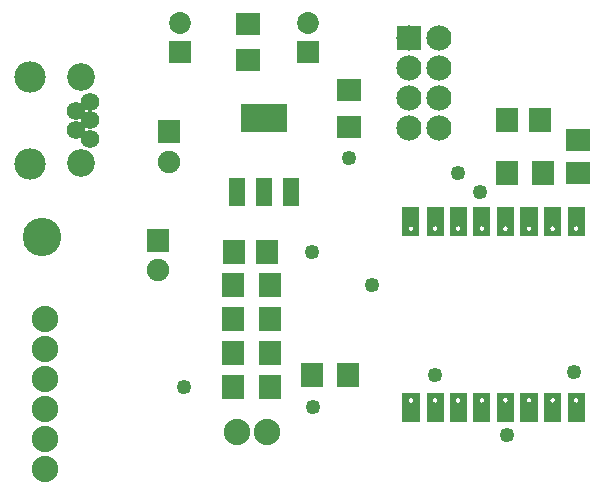
<source format=gts>
G04 MADE WITH FRITZING*
G04 WWW.FRITZING.ORG*
G04 DOUBLE SIDED*
G04 HOLES PLATED*
G04 CONTOUR ON CENTER OF CONTOUR VECTOR*
%ASAXBY*%
%FSLAX23Y23*%
%MOIN*%
%OFA0B0*%
%SFA1.0B1.0*%
%ADD10C,0.092677*%
%ADD11C,0.084000*%
%ADD12C,0.049370*%
%ADD13C,0.072992*%
%ADD14C,0.128110*%
%ADD15C,0.061496*%
%ADD16C,0.104803*%
%ADD17C,0.088000*%
%ADD18C,0.075000*%
%ADD19R,0.084000X0.084000*%
%ADD20R,0.072992X0.072992*%
%ADD21R,0.072992X0.080866*%
%ADD22R,0.080866X0.072992*%
%ADD23R,0.072992X0.084803*%
%ADD24R,0.084803X0.072992*%
%ADD25R,0.058000X0.098000*%
%ADD26R,0.151732X0.096614*%
%ADD27R,0.001000X0.001000*%
%LNMASK1*%
G90*
G70*
G54D10*
X222Y1320D03*
X220Y1606D03*
G54D11*
X1416Y1737D03*
X1416Y1637D03*
X1416Y1537D03*
X1416Y1437D03*
X1316Y1737D03*
X1316Y1637D03*
X1316Y1537D03*
X1316Y1437D03*
G54D12*
X1553Y1225D03*
X1478Y1287D03*
G54D13*
X553Y1689D03*
X553Y1787D03*
X978Y1689D03*
X978Y1787D03*
G54D14*
X91Y1075D03*
G54D15*
X253Y1525D03*
X253Y1462D03*
X253Y1399D03*
X206Y1494D03*
X206Y1431D03*
G54D16*
X52Y1318D03*
X52Y1606D03*
G54D15*
X253Y1525D03*
X253Y1462D03*
X253Y1399D03*
X206Y1494D03*
X206Y1431D03*
G54D16*
X52Y1318D03*
X52Y1606D03*
G54D12*
X1403Y612D03*
X566Y575D03*
G54D17*
X841Y425D03*
X741Y425D03*
X103Y800D03*
X103Y700D03*
X103Y600D03*
X103Y500D03*
X103Y400D03*
X103Y300D03*
G54D12*
X991Y1025D03*
X994Y507D03*
X1866Y625D03*
X1116Y1337D03*
X1641Y412D03*
X1191Y912D03*
G54D18*
X516Y1325D03*
X516Y1425D03*
X516Y1325D03*
X516Y1425D03*
X478Y962D03*
X478Y1062D03*
X478Y962D03*
X478Y1062D03*
G54D19*
X1316Y1737D03*
G54D20*
X553Y1689D03*
X978Y1689D03*
G54D21*
X1641Y1462D03*
X1751Y1462D03*
X841Y1025D03*
X731Y1025D03*
G54D22*
X1878Y1287D03*
X1878Y1397D03*
G54D23*
X1641Y1287D03*
X1763Y1287D03*
G54D24*
X778Y1662D03*
X778Y1784D03*
X1116Y1562D03*
X1116Y1440D03*
G54D23*
X728Y575D03*
X850Y575D03*
X991Y612D03*
X1113Y612D03*
X728Y912D03*
X850Y912D03*
X728Y800D03*
X850Y800D03*
X728Y687D03*
X850Y687D03*
G54D25*
X741Y1225D03*
X832Y1225D03*
X923Y1225D03*
G54D26*
X832Y1469D03*
G54D27*
X478Y1462D02*
X552Y1462D01*
X478Y1461D02*
X552Y1461D01*
X478Y1460D02*
X552Y1460D01*
X478Y1459D02*
X552Y1459D01*
X478Y1458D02*
X552Y1458D01*
X478Y1457D02*
X552Y1457D01*
X478Y1456D02*
X552Y1456D01*
X478Y1455D02*
X552Y1455D01*
X478Y1454D02*
X552Y1454D01*
X478Y1453D02*
X552Y1453D01*
X478Y1452D02*
X552Y1452D01*
X478Y1451D02*
X552Y1451D01*
X478Y1450D02*
X552Y1450D01*
X478Y1449D02*
X552Y1449D01*
X478Y1448D02*
X552Y1448D01*
X478Y1447D02*
X552Y1447D01*
X478Y1446D02*
X552Y1446D01*
X478Y1445D02*
X552Y1445D01*
X478Y1444D02*
X552Y1444D01*
X478Y1443D02*
X552Y1443D01*
X478Y1442D02*
X552Y1442D01*
X478Y1441D02*
X552Y1441D01*
X478Y1440D02*
X552Y1440D01*
X478Y1439D02*
X552Y1439D01*
X478Y1438D02*
X552Y1438D01*
X478Y1437D02*
X552Y1437D01*
X478Y1436D02*
X552Y1436D01*
X478Y1435D02*
X552Y1435D01*
X478Y1434D02*
X552Y1434D01*
X478Y1433D02*
X511Y1433D01*
X519Y1433D02*
X552Y1433D01*
X478Y1432D02*
X509Y1432D01*
X521Y1432D02*
X552Y1432D01*
X478Y1431D02*
X508Y1431D01*
X522Y1431D02*
X552Y1431D01*
X478Y1430D02*
X508Y1430D01*
X523Y1430D02*
X552Y1430D01*
X478Y1429D02*
X507Y1429D01*
X523Y1429D02*
X552Y1429D01*
X478Y1428D02*
X506Y1428D01*
X524Y1428D02*
X552Y1428D01*
X478Y1427D02*
X506Y1427D01*
X524Y1427D02*
X552Y1427D01*
X478Y1426D02*
X506Y1426D01*
X524Y1426D02*
X552Y1426D01*
X478Y1425D02*
X506Y1425D01*
X525Y1425D02*
X552Y1425D01*
X478Y1424D02*
X506Y1424D01*
X525Y1424D02*
X552Y1424D01*
X478Y1423D02*
X506Y1423D01*
X524Y1423D02*
X552Y1423D01*
X478Y1422D02*
X506Y1422D01*
X524Y1422D02*
X552Y1422D01*
X478Y1421D02*
X507Y1421D01*
X524Y1421D02*
X552Y1421D01*
X478Y1420D02*
X507Y1420D01*
X523Y1420D02*
X552Y1420D01*
X478Y1419D02*
X508Y1419D01*
X522Y1419D02*
X552Y1419D01*
X478Y1418D02*
X509Y1418D01*
X521Y1418D02*
X552Y1418D01*
X478Y1417D02*
X510Y1417D01*
X520Y1417D02*
X552Y1417D01*
X478Y1416D02*
X552Y1416D01*
X478Y1415D02*
X552Y1415D01*
X478Y1414D02*
X552Y1414D01*
X478Y1413D02*
X552Y1413D01*
X478Y1412D02*
X552Y1412D01*
X478Y1411D02*
X552Y1411D01*
X478Y1410D02*
X552Y1410D01*
X478Y1409D02*
X552Y1409D01*
X478Y1408D02*
X552Y1408D01*
X478Y1407D02*
X552Y1407D01*
X478Y1406D02*
X552Y1406D01*
X478Y1405D02*
X552Y1405D01*
X478Y1404D02*
X552Y1404D01*
X478Y1403D02*
X552Y1403D01*
X478Y1402D02*
X552Y1402D01*
X478Y1401D02*
X552Y1401D01*
X478Y1400D02*
X552Y1400D01*
X478Y1399D02*
X552Y1399D01*
X478Y1398D02*
X552Y1398D01*
X478Y1397D02*
X552Y1397D01*
X478Y1396D02*
X552Y1396D01*
X478Y1395D02*
X552Y1395D01*
X478Y1394D02*
X552Y1394D01*
X478Y1393D02*
X552Y1393D01*
X478Y1392D02*
X552Y1392D01*
X478Y1391D02*
X552Y1391D01*
X478Y1390D02*
X552Y1390D01*
X478Y1389D02*
X552Y1389D01*
X478Y1388D02*
X552Y1388D01*
X1294Y1174D02*
X1349Y1174D01*
X1374Y1174D02*
X1430Y1174D01*
X1451Y1174D02*
X1507Y1174D01*
X1530Y1174D02*
X1585Y1174D01*
X1608Y1174D02*
X1664Y1174D01*
X1687Y1174D02*
X1743Y1174D01*
X1766Y1174D02*
X1822Y1174D01*
X1845Y1174D02*
X1900Y1174D01*
X1293Y1173D02*
X1349Y1173D01*
X1374Y1173D02*
X1431Y1173D01*
X1451Y1173D02*
X1507Y1173D01*
X1529Y1173D02*
X1586Y1173D01*
X1608Y1173D02*
X1664Y1173D01*
X1687Y1173D02*
X1743Y1173D01*
X1766Y1173D02*
X1822Y1173D01*
X1844Y1173D02*
X1901Y1173D01*
X1293Y1172D02*
X1349Y1172D01*
X1374Y1172D02*
X1431Y1172D01*
X1451Y1172D02*
X1507Y1172D01*
X1529Y1172D02*
X1586Y1172D01*
X1608Y1172D02*
X1664Y1172D01*
X1687Y1172D02*
X1743Y1172D01*
X1766Y1172D02*
X1822Y1172D01*
X1844Y1172D02*
X1901Y1172D01*
X1293Y1171D02*
X1349Y1171D01*
X1374Y1171D02*
X1431Y1171D01*
X1451Y1171D02*
X1507Y1171D01*
X1529Y1171D02*
X1586Y1171D01*
X1608Y1171D02*
X1664Y1171D01*
X1687Y1171D02*
X1743Y1171D01*
X1766Y1171D02*
X1822Y1171D01*
X1844Y1171D02*
X1901Y1171D01*
X1293Y1170D02*
X1349Y1170D01*
X1374Y1170D02*
X1431Y1170D01*
X1451Y1170D02*
X1507Y1170D01*
X1529Y1170D02*
X1586Y1170D01*
X1608Y1170D02*
X1664Y1170D01*
X1687Y1170D02*
X1743Y1170D01*
X1766Y1170D02*
X1822Y1170D01*
X1844Y1170D02*
X1901Y1170D01*
X1293Y1169D02*
X1349Y1169D01*
X1374Y1169D02*
X1431Y1169D01*
X1451Y1169D02*
X1507Y1169D01*
X1529Y1169D02*
X1586Y1169D01*
X1608Y1169D02*
X1664Y1169D01*
X1687Y1169D02*
X1743Y1169D01*
X1766Y1169D02*
X1822Y1169D01*
X1844Y1169D02*
X1901Y1169D01*
X1293Y1168D02*
X1349Y1168D01*
X1374Y1168D02*
X1431Y1168D01*
X1451Y1168D02*
X1507Y1168D01*
X1529Y1168D02*
X1586Y1168D01*
X1608Y1168D02*
X1664Y1168D01*
X1687Y1168D02*
X1743Y1168D01*
X1766Y1168D02*
X1822Y1168D01*
X1844Y1168D02*
X1901Y1168D01*
X1293Y1167D02*
X1349Y1167D01*
X1374Y1167D02*
X1431Y1167D01*
X1451Y1167D02*
X1507Y1167D01*
X1529Y1167D02*
X1586Y1167D01*
X1608Y1167D02*
X1664Y1167D01*
X1687Y1167D02*
X1743Y1167D01*
X1766Y1167D02*
X1822Y1167D01*
X1844Y1167D02*
X1901Y1167D01*
X1293Y1166D02*
X1349Y1166D01*
X1374Y1166D02*
X1431Y1166D01*
X1451Y1166D02*
X1507Y1166D01*
X1529Y1166D02*
X1586Y1166D01*
X1608Y1166D02*
X1664Y1166D01*
X1687Y1166D02*
X1743Y1166D01*
X1766Y1166D02*
X1822Y1166D01*
X1844Y1166D02*
X1901Y1166D01*
X1293Y1165D02*
X1349Y1165D01*
X1374Y1165D02*
X1431Y1165D01*
X1451Y1165D02*
X1507Y1165D01*
X1529Y1165D02*
X1586Y1165D01*
X1608Y1165D02*
X1664Y1165D01*
X1687Y1165D02*
X1743Y1165D01*
X1766Y1165D02*
X1822Y1165D01*
X1844Y1165D02*
X1901Y1165D01*
X1293Y1164D02*
X1349Y1164D01*
X1374Y1164D02*
X1431Y1164D01*
X1451Y1164D02*
X1507Y1164D01*
X1529Y1164D02*
X1586Y1164D01*
X1608Y1164D02*
X1664Y1164D01*
X1687Y1164D02*
X1743Y1164D01*
X1766Y1164D02*
X1822Y1164D01*
X1844Y1164D02*
X1901Y1164D01*
X1293Y1163D02*
X1349Y1163D01*
X1374Y1163D02*
X1431Y1163D01*
X1451Y1163D02*
X1507Y1163D01*
X1529Y1163D02*
X1586Y1163D01*
X1608Y1163D02*
X1664Y1163D01*
X1687Y1163D02*
X1743Y1163D01*
X1766Y1163D02*
X1822Y1163D01*
X1844Y1163D02*
X1901Y1163D01*
X1293Y1162D02*
X1349Y1162D01*
X1374Y1162D02*
X1431Y1162D01*
X1451Y1162D02*
X1507Y1162D01*
X1529Y1162D02*
X1586Y1162D01*
X1608Y1162D02*
X1664Y1162D01*
X1687Y1162D02*
X1743Y1162D01*
X1766Y1162D02*
X1822Y1162D01*
X1844Y1162D02*
X1901Y1162D01*
X1293Y1161D02*
X1349Y1161D01*
X1374Y1161D02*
X1431Y1161D01*
X1451Y1161D02*
X1507Y1161D01*
X1529Y1161D02*
X1586Y1161D01*
X1608Y1161D02*
X1664Y1161D01*
X1687Y1161D02*
X1743Y1161D01*
X1766Y1161D02*
X1822Y1161D01*
X1844Y1161D02*
X1901Y1161D01*
X1293Y1160D02*
X1349Y1160D01*
X1374Y1160D02*
X1431Y1160D01*
X1451Y1160D02*
X1507Y1160D01*
X1529Y1160D02*
X1586Y1160D01*
X1608Y1160D02*
X1664Y1160D01*
X1687Y1160D02*
X1743Y1160D01*
X1766Y1160D02*
X1822Y1160D01*
X1844Y1160D02*
X1901Y1160D01*
X1293Y1159D02*
X1349Y1159D01*
X1374Y1159D02*
X1431Y1159D01*
X1451Y1159D02*
X1507Y1159D01*
X1529Y1159D02*
X1586Y1159D01*
X1608Y1159D02*
X1664Y1159D01*
X1687Y1159D02*
X1743Y1159D01*
X1766Y1159D02*
X1822Y1159D01*
X1844Y1159D02*
X1901Y1159D01*
X1293Y1158D02*
X1349Y1158D01*
X1374Y1158D02*
X1431Y1158D01*
X1451Y1158D02*
X1507Y1158D01*
X1529Y1158D02*
X1586Y1158D01*
X1608Y1158D02*
X1664Y1158D01*
X1687Y1158D02*
X1743Y1158D01*
X1766Y1158D02*
X1822Y1158D01*
X1844Y1158D02*
X1901Y1158D01*
X1293Y1157D02*
X1349Y1157D01*
X1374Y1157D02*
X1431Y1157D01*
X1451Y1157D02*
X1507Y1157D01*
X1529Y1157D02*
X1586Y1157D01*
X1608Y1157D02*
X1664Y1157D01*
X1687Y1157D02*
X1743Y1157D01*
X1766Y1157D02*
X1822Y1157D01*
X1844Y1157D02*
X1901Y1157D01*
X1293Y1156D02*
X1349Y1156D01*
X1374Y1156D02*
X1431Y1156D01*
X1451Y1156D02*
X1507Y1156D01*
X1529Y1156D02*
X1586Y1156D01*
X1608Y1156D02*
X1664Y1156D01*
X1687Y1156D02*
X1743Y1156D01*
X1766Y1156D02*
X1822Y1156D01*
X1844Y1156D02*
X1901Y1156D01*
X1293Y1155D02*
X1349Y1155D01*
X1374Y1155D02*
X1431Y1155D01*
X1451Y1155D02*
X1507Y1155D01*
X1529Y1155D02*
X1586Y1155D01*
X1608Y1155D02*
X1664Y1155D01*
X1687Y1155D02*
X1743Y1155D01*
X1766Y1155D02*
X1822Y1155D01*
X1844Y1155D02*
X1901Y1155D01*
X1293Y1154D02*
X1349Y1154D01*
X1374Y1154D02*
X1431Y1154D01*
X1451Y1154D02*
X1507Y1154D01*
X1529Y1154D02*
X1586Y1154D01*
X1608Y1154D02*
X1664Y1154D01*
X1687Y1154D02*
X1743Y1154D01*
X1766Y1154D02*
X1822Y1154D01*
X1844Y1154D02*
X1901Y1154D01*
X1293Y1153D02*
X1349Y1153D01*
X1374Y1153D02*
X1431Y1153D01*
X1451Y1153D02*
X1507Y1153D01*
X1529Y1153D02*
X1586Y1153D01*
X1608Y1153D02*
X1664Y1153D01*
X1687Y1153D02*
X1743Y1153D01*
X1766Y1153D02*
X1822Y1153D01*
X1844Y1153D02*
X1901Y1153D01*
X1293Y1152D02*
X1349Y1152D01*
X1374Y1152D02*
X1431Y1152D01*
X1451Y1152D02*
X1507Y1152D01*
X1529Y1152D02*
X1586Y1152D01*
X1608Y1152D02*
X1664Y1152D01*
X1687Y1152D02*
X1743Y1152D01*
X1766Y1152D02*
X1822Y1152D01*
X1844Y1152D02*
X1901Y1152D01*
X1293Y1151D02*
X1349Y1151D01*
X1374Y1151D02*
X1431Y1151D01*
X1451Y1151D02*
X1507Y1151D01*
X1529Y1151D02*
X1586Y1151D01*
X1608Y1151D02*
X1664Y1151D01*
X1687Y1151D02*
X1743Y1151D01*
X1766Y1151D02*
X1822Y1151D01*
X1844Y1151D02*
X1901Y1151D01*
X1293Y1150D02*
X1349Y1150D01*
X1374Y1150D02*
X1431Y1150D01*
X1451Y1150D02*
X1507Y1150D01*
X1529Y1150D02*
X1586Y1150D01*
X1608Y1150D02*
X1664Y1150D01*
X1687Y1150D02*
X1743Y1150D01*
X1766Y1150D02*
X1822Y1150D01*
X1844Y1150D02*
X1901Y1150D01*
X1293Y1149D02*
X1349Y1149D01*
X1374Y1149D02*
X1431Y1149D01*
X1451Y1149D02*
X1507Y1149D01*
X1529Y1149D02*
X1586Y1149D01*
X1608Y1149D02*
X1664Y1149D01*
X1687Y1149D02*
X1743Y1149D01*
X1766Y1149D02*
X1822Y1149D01*
X1844Y1149D02*
X1901Y1149D01*
X1293Y1148D02*
X1349Y1148D01*
X1374Y1148D02*
X1431Y1148D01*
X1451Y1148D02*
X1507Y1148D01*
X1529Y1148D02*
X1586Y1148D01*
X1608Y1148D02*
X1664Y1148D01*
X1687Y1148D02*
X1743Y1148D01*
X1766Y1148D02*
X1822Y1148D01*
X1844Y1148D02*
X1901Y1148D01*
X1293Y1147D02*
X1349Y1147D01*
X1374Y1147D02*
X1431Y1147D01*
X1451Y1147D02*
X1507Y1147D01*
X1529Y1147D02*
X1586Y1147D01*
X1608Y1147D02*
X1664Y1147D01*
X1687Y1147D02*
X1743Y1147D01*
X1766Y1147D02*
X1822Y1147D01*
X1844Y1147D02*
X1901Y1147D01*
X1293Y1146D02*
X1349Y1146D01*
X1374Y1146D02*
X1431Y1146D01*
X1451Y1146D02*
X1507Y1146D01*
X1529Y1146D02*
X1586Y1146D01*
X1608Y1146D02*
X1664Y1146D01*
X1687Y1146D02*
X1743Y1146D01*
X1766Y1146D02*
X1822Y1146D01*
X1844Y1146D02*
X1901Y1146D01*
X1293Y1145D02*
X1349Y1145D01*
X1374Y1145D02*
X1431Y1145D01*
X1451Y1145D02*
X1507Y1145D01*
X1529Y1145D02*
X1586Y1145D01*
X1608Y1145D02*
X1664Y1145D01*
X1687Y1145D02*
X1743Y1145D01*
X1766Y1145D02*
X1822Y1145D01*
X1844Y1145D02*
X1901Y1145D01*
X1293Y1144D02*
X1349Y1144D01*
X1374Y1144D02*
X1431Y1144D01*
X1451Y1144D02*
X1507Y1144D01*
X1529Y1144D02*
X1586Y1144D01*
X1608Y1144D02*
X1664Y1144D01*
X1687Y1144D02*
X1743Y1144D01*
X1766Y1144D02*
X1822Y1144D01*
X1844Y1144D02*
X1901Y1144D01*
X1293Y1143D02*
X1349Y1143D01*
X1374Y1143D02*
X1431Y1143D01*
X1451Y1143D02*
X1507Y1143D01*
X1529Y1143D02*
X1586Y1143D01*
X1608Y1143D02*
X1664Y1143D01*
X1687Y1143D02*
X1743Y1143D01*
X1766Y1143D02*
X1822Y1143D01*
X1844Y1143D02*
X1901Y1143D01*
X1293Y1142D02*
X1349Y1142D01*
X1374Y1142D02*
X1431Y1142D01*
X1451Y1142D02*
X1507Y1142D01*
X1529Y1142D02*
X1586Y1142D01*
X1608Y1142D02*
X1664Y1142D01*
X1687Y1142D02*
X1743Y1142D01*
X1766Y1142D02*
X1822Y1142D01*
X1844Y1142D02*
X1901Y1142D01*
X1293Y1141D02*
X1349Y1141D01*
X1374Y1141D02*
X1431Y1141D01*
X1451Y1141D02*
X1507Y1141D01*
X1529Y1141D02*
X1586Y1141D01*
X1608Y1141D02*
X1664Y1141D01*
X1687Y1141D02*
X1743Y1141D01*
X1766Y1141D02*
X1822Y1141D01*
X1844Y1141D02*
X1901Y1141D01*
X1293Y1140D02*
X1349Y1140D01*
X1374Y1140D02*
X1431Y1140D01*
X1451Y1140D02*
X1507Y1140D01*
X1529Y1140D02*
X1586Y1140D01*
X1608Y1140D02*
X1664Y1140D01*
X1687Y1140D02*
X1743Y1140D01*
X1766Y1140D02*
X1822Y1140D01*
X1844Y1140D02*
X1901Y1140D01*
X1293Y1139D02*
X1349Y1139D01*
X1374Y1139D02*
X1431Y1139D01*
X1451Y1139D02*
X1507Y1139D01*
X1529Y1139D02*
X1586Y1139D01*
X1608Y1139D02*
X1664Y1139D01*
X1687Y1139D02*
X1743Y1139D01*
X1766Y1139D02*
X1822Y1139D01*
X1844Y1139D02*
X1901Y1139D01*
X1293Y1138D02*
X1349Y1138D01*
X1374Y1138D02*
X1431Y1138D01*
X1451Y1138D02*
X1507Y1138D01*
X1529Y1138D02*
X1586Y1138D01*
X1608Y1138D02*
X1664Y1138D01*
X1687Y1138D02*
X1743Y1138D01*
X1766Y1138D02*
X1822Y1138D01*
X1844Y1138D02*
X1901Y1138D01*
X1293Y1137D02*
X1349Y1137D01*
X1374Y1137D02*
X1431Y1137D01*
X1451Y1137D02*
X1507Y1137D01*
X1529Y1137D02*
X1586Y1137D01*
X1608Y1137D02*
X1664Y1137D01*
X1687Y1137D02*
X1743Y1137D01*
X1766Y1137D02*
X1822Y1137D01*
X1844Y1137D02*
X1901Y1137D01*
X1293Y1136D02*
X1349Y1136D01*
X1374Y1136D02*
X1431Y1136D01*
X1451Y1136D02*
X1507Y1136D01*
X1529Y1136D02*
X1586Y1136D01*
X1608Y1136D02*
X1664Y1136D01*
X1687Y1136D02*
X1743Y1136D01*
X1766Y1136D02*
X1822Y1136D01*
X1844Y1136D02*
X1901Y1136D01*
X1293Y1135D02*
X1349Y1135D01*
X1374Y1135D02*
X1431Y1135D01*
X1451Y1135D02*
X1507Y1135D01*
X1529Y1135D02*
X1586Y1135D01*
X1608Y1135D02*
X1664Y1135D01*
X1687Y1135D02*
X1743Y1135D01*
X1766Y1135D02*
X1822Y1135D01*
X1844Y1135D02*
X1901Y1135D01*
X1293Y1134D02*
X1349Y1134D01*
X1374Y1134D02*
X1431Y1134D01*
X1451Y1134D02*
X1507Y1134D01*
X1529Y1134D02*
X1586Y1134D01*
X1608Y1134D02*
X1664Y1134D01*
X1687Y1134D02*
X1743Y1134D01*
X1766Y1134D02*
X1822Y1134D01*
X1844Y1134D02*
X1901Y1134D01*
X1293Y1133D02*
X1349Y1133D01*
X1374Y1133D02*
X1431Y1133D01*
X1451Y1133D02*
X1507Y1133D01*
X1529Y1133D02*
X1586Y1133D01*
X1608Y1133D02*
X1664Y1133D01*
X1687Y1133D02*
X1743Y1133D01*
X1766Y1133D02*
X1822Y1133D01*
X1844Y1133D02*
X1901Y1133D01*
X1293Y1132D02*
X1349Y1132D01*
X1374Y1132D02*
X1431Y1132D01*
X1451Y1132D02*
X1507Y1132D01*
X1529Y1132D02*
X1586Y1132D01*
X1608Y1132D02*
X1664Y1132D01*
X1687Y1132D02*
X1743Y1132D01*
X1766Y1132D02*
X1822Y1132D01*
X1844Y1132D02*
X1901Y1132D01*
X1293Y1131D02*
X1349Y1131D01*
X1374Y1131D02*
X1431Y1131D01*
X1451Y1131D02*
X1507Y1131D01*
X1529Y1131D02*
X1586Y1131D01*
X1608Y1131D02*
X1664Y1131D01*
X1687Y1131D02*
X1743Y1131D01*
X1766Y1131D02*
X1822Y1131D01*
X1844Y1131D02*
X1901Y1131D01*
X1293Y1130D02*
X1349Y1130D01*
X1374Y1130D02*
X1431Y1130D01*
X1451Y1130D02*
X1507Y1130D01*
X1529Y1130D02*
X1586Y1130D01*
X1608Y1130D02*
X1664Y1130D01*
X1687Y1130D02*
X1743Y1130D01*
X1766Y1130D02*
X1822Y1130D01*
X1844Y1130D02*
X1901Y1130D01*
X1293Y1129D02*
X1349Y1129D01*
X1374Y1129D02*
X1431Y1129D01*
X1451Y1129D02*
X1507Y1129D01*
X1529Y1129D02*
X1586Y1129D01*
X1608Y1129D02*
X1664Y1129D01*
X1687Y1129D02*
X1743Y1129D01*
X1766Y1129D02*
X1822Y1129D01*
X1844Y1129D02*
X1901Y1129D01*
X1293Y1128D02*
X1349Y1128D01*
X1374Y1128D02*
X1431Y1128D01*
X1451Y1128D02*
X1507Y1128D01*
X1529Y1128D02*
X1586Y1128D01*
X1608Y1128D02*
X1664Y1128D01*
X1687Y1128D02*
X1743Y1128D01*
X1766Y1128D02*
X1822Y1128D01*
X1844Y1128D02*
X1901Y1128D01*
X1293Y1127D02*
X1349Y1127D01*
X1374Y1127D02*
X1431Y1127D01*
X1451Y1127D02*
X1507Y1127D01*
X1529Y1127D02*
X1586Y1127D01*
X1608Y1127D02*
X1664Y1127D01*
X1687Y1127D02*
X1743Y1127D01*
X1766Y1127D02*
X1822Y1127D01*
X1844Y1127D02*
X1901Y1127D01*
X1293Y1126D02*
X1349Y1126D01*
X1374Y1126D02*
X1431Y1126D01*
X1451Y1126D02*
X1507Y1126D01*
X1529Y1126D02*
X1586Y1126D01*
X1608Y1126D02*
X1664Y1126D01*
X1687Y1126D02*
X1743Y1126D01*
X1766Y1126D02*
X1822Y1126D01*
X1844Y1126D02*
X1901Y1126D01*
X1293Y1125D02*
X1349Y1125D01*
X1374Y1125D02*
X1431Y1125D01*
X1451Y1125D02*
X1507Y1125D01*
X1529Y1125D02*
X1586Y1125D01*
X1608Y1125D02*
X1664Y1125D01*
X1687Y1125D02*
X1743Y1125D01*
X1766Y1125D02*
X1822Y1125D01*
X1844Y1125D02*
X1901Y1125D01*
X1293Y1124D02*
X1349Y1124D01*
X1374Y1124D02*
X1431Y1124D01*
X1451Y1124D02*
X1507Y1124D01*
X1529Y1124D02*
X1586Y1124D01*
X1608Y1124D02*
X1664Y1124D01*
X1687Y1124D02*
X1743Y1124D01*
X1766Y1124D02*
X1822Y1124D01*
X1844Y1124D02*
X1901Y1124D01*
X1293Y1123D02*
X1349Y1123D01*
X1374Y1123D02*
X1431Y1123D01*
X1451Y1123D02*
X1507Y1123D01*
X1529Y1123D02*
X1586Y1123D01*
X1608Y1123D02*
X1664Y1123D01*
X1687Y1123D02*
X1743Y1123D01*
X1766Y1123D02*
X1822Y1123D01*
X1844Y1123D02*
X1901Y1123D01*
X1293Y1122D02*
X1349Y1122D01*
X1374Y1122D02*
X1431Y1122D01*
X1451Y1122D02*
X1507Y1122D01*
X1529Y1122D02*
X1586Y1122D01*
X1608Y1122D02*
X1664Y1122D01*
X1687Y1122D02*
X1743Y1122D01*
X1766Y1122D02*
X1822Y1122D01*
X1844Y1122D02*
X1901Y1122D01*
X1293Y1121D02*
X1349Y1121D01*
X1374Y1121D02*
X1431Y1121D01*
X1451Y1121D02*
X1507Y1121D01*
X1529Y1121D02*
X1586Y1121D01*
X1608Y1121D02*
X1664Y1121D01*
X1687Y1121D02*
X1743Y1121D01*
X1766Y1121D02*
X1822Y1121D01*
X1844Y1121D02*
X1901Y1121D01*
X1293Y1120D02*
X1349Y1120D01*
X1374Y1120D02*
X1431Y1120D01*
X1451Y1120D02*
X1507Y1120D01*
X1529Y1120D02*
X1586Y1120D01*
X1608Y1120D02*
X1664Y1120D01*
X1687Y1120D02*
X1743Y1120D01*
X1766Y1120D02*
X1822Y1120D01*
X1844Y1120D02*
X1901Y1120D01*
X1293Y1119D02*
X1349Y1119D01*
X1374Y1119D02*
X1431Y1119D01*
X1451Y1119D02*
X1507Y1119D01*
X1529Y1119D02*
X1586Y1119D01*
X1608Y1119D02*
X1664Y1119D01*
X1687Y1119D02*
X1743Y1119D01*
X1766Y1119D02*
X1822Y1119D01*
X1844Y1119D02*
X1901Y1119D01*
X1293Y1118D02*
X1349Y1118D01*
X1374Y1118D02*
X1431Y1118D01*
X1451Y1118D02*
X1507Y1118D01*
X1529Y1118D02*
X1586Y1118D01*
X1608Y1118D02*
X1664Y1118D01*
X1687Y1118D02*
X1743Y1118D01*
X1766Y1118D02*
X1822Y1118D01*
X1844Y1118D02*
X1901Y1118D01*
X1293Y1117D02*
X1349Y1117D01*
X1374Y1117D02*
X1431Y1117D01*
X1451Y1117D02*
X1507Y1117D01*
X1529Y1117D02*
X1586Y1117D01*
X1608Y1117D02*
X1664Y1117D01*
X1687Y1117D02*
X1743Y1117D01*
X1766Y1117D02*
X1822Y1117D01*
X1844Y1117D02*
X1901Y1117D01*
X1293Y1116D02*
X1349Y1116D01*
X1374Y1116D02*
X1431Y1116D01*
X1451Y1116D02*
X1507Y1116D01*
X1529Y1116D02*
X1586Y1116D01*
X1608Y1116D02*
X1664Y1116D01*
X1687Y1116D02*
X1743Y1116D01*
X1766Y1116D02*
X1822Y1116D01*
X1844Y1116D02*
X1901Y1116D01*
X1293Y1115D02*
X1349Y1115D01*
X1374Y1115D02*
X1431Y1115D01*
X1451Y1115D02*
X1507Y1115D01*
X1529Y1115D02*
X1586Y1115D01*
X1608Y1115D02*
X1664Y1115D01*
X1687Y1115D02*
X1743Y1115D01*
X1766Y1115D02*
X1822Y1115D01*
X1844Y1115D02*
X1901Y1115D01*
X1293Y1114D02*
X1349Y1114D01*
X1374Y1114D02*
X1431Y1114D01*
X1451Y1114D02*
X1507Y1114D01*
X1529Y1114D02*
X1586Y1114D01*
X1608Y1114D02*
X1664Y1114D01*
X1687Y1114D02*
X1743Y1114D01*
X1766Y1114D02*
X1822Y1114D01*
X1844Y1114D02*
X1901Y1114D01*
X1293Y1113D02*
X1349Y1113D01*
X1374Y1113D02*
X1431Y1113D01*
X1451Y1113D02*
X1507Y1113D01*
X1529Y1113D02*
X1586Y1113D01*
X1608Y1113D02*
X1664Y1113D01*
X1687Y1113D02*
X1743Y1113D01*
X1766Y1113D02*
X1822Y1113D01*
X1844Y1113D02*
X1901Y1113D01*
X1293Y1112D02*
X1349Y1112D01*
X1374Y1112D02*
X1431Y1112D01*
X1451Y1112D02*
X1507Y1112D01*
X1529Y1112D02*
X1586Y1112D01*
X1608Y1112D02*
X1664Y1112D01*
X1687Y1112D02*
X1743Y1112D01*
X1766Y1112D02*
X1822Y1112D01*
X1844Y1112D02*
X1901Y1112D01*
X1293Y1111D02*
X1349Y1111D01*
X1374Y1111D02*
X1431Y1111D01*
X1451Y1111D02*
X1507Y1111D01*
X1529Y1111D02*
X1586Y1111D01*
X1608Y1111D02*
X1664Y1111D01*
X1687Y1111D02*
X1743Y1111D01*
X1766Y1111D02*
X1822Y1111D01*
X1844Y1111D02*
X1901Y1111D01*
X1293Y1110D02*
X1349Y1110D01*
X1374Y1110D02*
X1431Y1110D01*
X1451Y1110D02*
X1507Y1110D01*
X1529Y1110D02*
X1586Y1110D01*
X1608Y1110D02*
X1664Y1110D01*
X1687Y1110D02*
X1743Y1110D01*
X1766Y1110D02*
X1822Y1110D01*
X1844Y1110D02*
X1901Y1110D01*
X1293Y1109D02*
X1349Y1109D01*
X1374Y1109D02*
X1431Y1109D01*
X1451Y1109D02*
X1507Y1109D01*
X1529Y1109D02*
X1586Y1109D01*
X1608Y1109D02*
X1664Y1109D01*
X1687Y1109D02*
X1743Y1109D01*
X1766Y1109D02*
X1822Y1109D01*
X1844Y1109D02*
X1901Y1109D01*
X1293Y1108D02*
X1320Y1108D01*
X1323Y1108D02*
X1349Y1108D01*
X1374Y1108D02*
X1400Y1108D01*
X1404Y1108D02*
X1431Y1108D01*
X1451Y1108D02*
X1477Y1108D01*
X1481Y1108D02*
X1507Y1108D01*
X1529Y1108D02*
X1556Y1108D01*
X1559Y1108D02*
X1586Y1108D01*
X1608Y1108D02*
X1635Y1108D01*
X1638Y1108D02*
X1664Y1108D01*
X1687Y1108D02*
X1714Y1108D01*
X1716Y1108D02*
X1743Y1108D01*
X1766Y1108D02*
X1792Y1108D01*
X1796Y1108D02*
X1822Y1108D01*
X1844Y1108D02*
X1871Y1108D01*
X1875Y1108D02*
X1901Y1108D01*
X1293Y1107D02*
X1317Y1107D01*
X1326Y1107D02*
X1349Y1107D01*
X1374Y1107D02*
X1398Y1107D01*
X1407Y1107D02*
X1431Y1107D01*
X1451Y1107D02*
X1474Y1107D01*
X1483Y1107D02*
X1507Y1107D01*
X1529Y1107D02*
X1553Y1107D01*
X1562Y1107D02*
X1586Y1107D01*
X1608Y1107D02*
X1632Y1107D01*
X1641Y1107D02*
X1664Y1107D01*
X1687Y1107D02*
X1711Y1107D01*
X1719Y1107D02*
X1743Y1107D01*
X1766Y1107D02*
X1789Y1107D01*
X1798Y1107D02*
X1822Y1107D01*
X1844Y1107D02*
X1868Y1107D01*
X1877Y1107D02*
X1901Y1107D01*
X1293Y1106D02*
X1316Y1106D01*
X1327Y1106D02*
X1349Y1106D01*
X1374Y1106D02*
X1397Y1106D01*
X1408Y1106D02*
X1431Y1106D01*
X1451Y1106D02*
X1473Y1106D01*
X1484Y1106D02*
X1507Y1106D01*
X1529Y1106D02*
X1552Y1106D01*
X1563Y1106D02*
X1586Y1106D01*
X1608Y1106D02*
X1631Y1106D01*
X1642Y1106D02*
X1664Y1106D01*
X1687Y1106D02*
X1709Y1106D01*
X1720Y1106D02*
X1743Y1106D01*
X1766Y1106D02*
X1788Y1106D01*
X1799Y1106D02*
X1822Y1106D01*
X1844Y1106D02*
X1867Y1106D01*
X1878Y1106D02*
X1901Y1106D01*
X1293Y1105D02*
X1315Y1105D01*
X1328Y1105D02*
X1349Y1105D01*
X1374Y1105D02*
X1396Y1105D01*
X1409Y1105D02*
X1431Y1105D01*
X1451Y1105D02*
X1472Y1105D01*
X1485Y1105D02*
X1507Y1105D01*
X1529Y1105D02*
X1551Y1105D01*
X1564Y1105D02*
X1586Y1105D01*
X1608Y1105D02*
X1630Y1105D01*
X1643Y1105D02*
X1664Y1105D01*
X1687Y1105D02*
X1709Y1105D01*
X1721Y1105D02*
X1743Y1105D01*
X1766Y1105D02*
X1787Y1105D01*
X1800Y1105D02*
X1822Y1105D01*
X1844Y1105D02*
X1866Y1105D01*
X1879Y1105D02*
X1901Y1105D01*
X1293Y1104D02*
X1314Y1104D01*
X1328Y1104D02*
X1349Y1104D01*
X1374Y1104D02*
X1395Y1104D01*
X1409Y1104D02*
X1431Y1104D01*
X1451Y1104D02*
X1472Y1104D01*
X1486Y1104D02*
X1507Y1104D01*
X1529Y1104D02*
X1551Y1104D01*
X1565Y1104D02*
X1586Y1104D01*
X1608Y1104D02*
X1629Y1104D01*
X1643Y1104D02*
X1664Y1104D01*
X1687Y1104D02*
X1708Y1104D01*
X1722Y1104D02*
X1743Y1104D01*
X1766Y1104D02*
X1787Y1104D01*
X1801Y1104D02*
X1822Y1104D01*
X1844Y1104D02*
X1866Y1104D01*
X1880Y1104D02*
X1901Y1104D01*
X1293Y1103D02*
X1314Y1103D01*
X1329Y1103D02*
X1349Y1103D01*
X1374Y1103D02*
X1395Y1103D01*
X1410Y1103D02*
X1431Y1103D01*
X1451Y1103D02*
X1471Y1103D01*
X1486Y1103D02*
X1507Y1103D01*
X1529Y1103D02*
X1550Y1103D01*
X1565Y1103D02*
X1586Y1103D01*
X1608Y1103D02*
X1629Y1103D01*
X1644Y1103D02*
X1664Y1103D01*
X1687Y1103D02*
X1708Y1103D01*
X1722Y1103D02*
X1743Y1103D01*
X1766Y1103D02*
X1786Y1103D01*
X1801Y1103D02*
X1822Y1103D01*
X1844Y1103D02*
X1865Y1103D01*
X1880Y1103D02*
X1901Y1103D01*
X1293Y1102D02*
X1314Y1102D01*
X1329Y1102D02*
X1349Y1102D01*
X1374Y1102D02*
X1395Y1102D01*
X1410Y1102D02*
X1431Y1102D01*
X1451Y1102D02*
X1471Y1102D01*
X1486Y1102D02*
X1507Y1102D01*
X1529Y1102D02*
X1550Y1102D01*
X1565Y1102D02*
X1586Y1102D01*
X1608Y1102D02*
X1629Y1102D01*
X1644Y1102D02*
X1664Y1102D01*
X1687Y1102D02*
X1707Y1102D01*
X1723Y1102D02*
X1743Y1102D01*
X1766Y1102D02*
X1786Y1102D01*
X1801Y1102D02*
X1822Y1102D01*
X1844Y1102D02*
X1865Y1102D01*
X1880Y1102D02*
X1901Y1102D01*
X1293Y1101D02*
X1314Y1101D01*
X1329Y1101D02*
X1349Y1101D01*
X1374Y1101D02*
X1395Y1101D01*
X1410Y1101D02*
X1431Y1101D01*
X1451Y1101D02*
X1471Y1101D01*
X1487Y1101D02*
X1507Y1101D01*
X1529Y1101D02*
X1550Y1101D01*
X1565Y1101D02*
X1586Y1101D01*
X1608Y1101D02*
X1629Y1101D01*
X1644Y1101D02*
X1664Y1101D01*
X1687Y1101D02*
X1707Y1101D01*
X1723Y1101D02*
X1743Y1101D01*
X1766Y1101D02*
X1786Y1101D01*
X1801Y1101D02*
X1822Y1101D01*
X1844Y1101D02*
X1865Y1101D01*
X1880Y1101D02*
X1901Y1101D01*
X1293Y1100D02*
X1314Y1100D01*
X1329Y1100D02*
X1349Y1100D01*
X1374Y1100D02*
X1395Y1100D01*
X1410Y1100D02*
X1431Y1100D01*
X1451Y1100D02*
X1471Y1100D01*
X1486Y1100D02*
X1507Y1100D01*
X1529Y1100D02*
X1550Y1100D01*
X1565Y1100D02*
X1586Y1100D01*
X1608Y1100D02*
X1629Y1100D01*
X1644Y1100D02*
X1664Y1100D01*
X1687Y1100D02*
X1707Y1100D01*
X1723Y1100D02*
X1743Y1100D01*
X1766Y1100D02*
X1786Y1100D01*
X1801Y1100D02*
X1822Y1100D01*
X1844Y1100D02*
X1865Y1100D01*
X1880Y1100D02*
X1901Y1100D01*
X441Y1099D02*
X515Y1099D01*
X1293Y1099D02*
X1314Y1099D01*
X1329Y1099D02*
X1349Y1099D01*
X1374Y1099D02*
X1395Y1099D01*
X1410Y1099D02*
X1431Y1099D01*
X1451Y1099D02*
X1471Y1099D01*
X1486Y1099D02*
X1507Y1099D01*
X1529Y1099D02*
X1550Y1099D01*
X1565Y1099D02*
X1586Y1099D01*
X1608Y1099D02*
X1629Y1099D01*
X1644Y1099D02*
X1664Y1099D01*
X1687Y1099D02*
X1708Y1099D01*
X1722Y1099D02*
X1743Y1099D01*
X1766Y1099D02*
X1786Y1099D01*
X1801Y1099D02*
X1822Y1099D01*
X1844Y1099D02*
X1865Y1099D01*
X1880Y1099D02*
X1901Y1099D01*
X441Y1098D02*
X515Y1098D01*
X1293Y1098D02*
X1314Y1098D01*
X1328Y1098D02*
X1349Y1098D01*
X1374Y1098D02*
X1395Y1098D01*
X1409Y1098D02*
X1431Y1098D01*
X1451Y1098D02*
X1472Y1098D01*
X1486Y1098D02*
X1507Y1098D01*
X1529Y1098D02*
X1550Y1098D01*
X1565Y1098D02*
X1586Y1098D01*
X1608Y1098D02*
X1629Y1098D01*
X1643Y1098D02*
X1664Y1098D01*
X1687Y1098D02*
X1708Y1098D01*
X1722Y1098D02*
X1743Y1098D01*
X1766Y1098D02*
X1787Y1098D01*
X1801Y1098D02*
X1822Y1098D01*
X1844Y1098D02*
X1866Y1098D01*
X1880Y1098D02*
X1901Y1098D01*
X441Y1097D02*
X515Y1097D01*
X1293Y1097D02*
X1315Y1097D01*
X1328Y1097D02*
X1349Y1097D01*
X1374Y1097D02*
X1396Y1097D01*
X1409Y1097D02*
X1431Y1097D01*
X1451Y1097D02*
X1472Y1097D01*
X1485Y1097D02*
X1507Y1097D01*
X1529Y1097D02*
X1551Y1097D01*
X1564Y1097D02*
X1586Y1097D01*
X1608Y1097D02*
X1630Y1097D01*
X1643Y1097D02*
X1664Y1097D01*
X1687Y1097D02*
X1708Y1097D01*
X1721Y1097D02*
X1743Y1097D01*
X1766Y1097D02*
X1787Y1097D01*
X1800Y1097D02*
X1822Y1097D01*
X1844Y1097D02*
X1866Y1097D01*
X1879Y1097D02*
X1901Y1097D01*
X441Y1096D02*
X515Y1096D01*
X1293Y1096D02*
X1316Y1096D01*
X1327Y1096D02*
X1349Y1096D01*
X1374Y1096D02*
X1397Y1096D01*
X1408Y1096D02*
X1431Y1096D01*
X1451Y1096D02*
X1473Y1096D01*
X1484Y1096D02*
X1507Y1096D01*
X1529Y1096D02*
X1552Y1096D01*
X1563Y1096D02*
X1586Y1096D01*
X1608Y1096D02*
X1631Y1096D01*
X1642Y1096D02*
X1664Y1096D01*
X1687Y1096D02*
X1709Y1096D01*
X1721Y1096D02*
X1743Y1096D01*
X1766Y1096D02*
X1788Y1096D01*
X1799Y1096D02*
X1822Y1096D01*
X1844Y1096D02*
X1867Y1096D01*
X1878Y1096D02*
X1901Y1096D01*
X441Y1095D02*
X515Y1095D01*
X1293Y1095D02*
X1317Y1095D01*
X1326Y1095D02*
X1349Y1095D01*
X1374Y1095D02*
X1398Y1095D01*
X1407Y1095D02*
X1431Y1095D01*
X1451Y1095D02*
X1474Y1095D01*
X1483Y1095D02*
X1507Y1095D01*
X1529Y1095D02*
X1553Y1095D01*
X1562Y1095D02*
X1586Y1095D01*
X1608Y1095D02*
X1632Y1095D01*
X1641Y1095D02*
X1664Y1095D01*
X1687Y1095D02*
X1710Y1095D01*
X1719Y1095D02*
X1743Y1095D01*
X1766Y1095D02*
X1789Y1095D01*
X1798Y1095D02*
X1822Y1095D01*
X1844Y1095D02*
X1868Y1095D01*
X1877Y1095D02*
X1901Y1095D01*
X441Y1094D02*
X515Y1094D01*
X1293Y1094D02*
X1319Y1094D01*
X1324Y1094D02*
X1349Y1094D01*
X1374Y1094D02*
X1400Y1094D01*
X1405Y1094D02*
X1431Y1094D01*
X1451Y1094D02*
X1477Y1094D01*
X1481Y1094D02*
X1507Y1094D01*
X1529Y1094D02*
X1555Y1094D01*
X1560Y1094D02*
X1586Y1094D01*
X1608Y1094D02*
X1634Y1094D01*
X1639Y1094D02*
X1664Y1094D01*
X1687Y1094D02*
X1713Y1094D01*
X1717Y1094D02*
X1743Y1094D01*
X1766Y1094D02*
X1792Y1094D01*
X1796Y1094D02*
X1822Y1094D01*
X1844Y1094D02*
X1870Y1094D01*
X1875Y1094D02*
X1901Y1094D01*
X441Y1093D02*
X515Y1093D01*
X1293Y1093D02*
X1349Y1093D01*
X1374Y1093D02*
X1431Y1093D01*
X1451Y1093D02*
X1507Y1093D01*
X1529Y1093D02*
X1586Y1093D01*
X1608Y1093D02*
X1664Y1093D01*
X1687Y1093D02*
X1743Y1093D01*
X1766Y1093D02*
X1822Y1093D01*
X1844Y1093D02*
X1901Y1093D01*
X441Y1092D02*
X515Y1092D01*
X1293Y1092D02*
X1349Y1092D01*
X1374Y1092D02*
X1431Y1092D01*
X1451Y1092D02*
X1507Y1092D01*
X1529Y1092D02*
X1586Y1092D01*
X1608Y1092D02*
X1664Y1092D01*
X1687Y1092D02*
X1743Y1092D01*
X1766Y1092D02*
X1822Y1092D01*
X1844Y1092D02*
X1901Y1092D01*
X441Y1091D02*
X515Y1091D01*
X1293Y1091D02*
X1349Y1091D01*
X1374Y1091D02*
X1431Y1091D01*
X1451Y1091D02*
X1507Y1091D01*
X1529Y1091D02*
X1586Y1091D01*
X1608Y1091D02*
X1664Y1091D01*
X1687Y1091D02*
X1743Y1091D01*
X1766Y1091D02*
X1822Y1091D01*
X1844Y1091D02*
X1901Y1091D01*
X441Y1090D02*
X515Y1090D01*
X1293Y1090D02*
X1349Y1090D01*
X1374Y1090D02*
X1431Y1090D01*
X1451Y1090D02*
X1507Y1090D01*
X1529Y1090D02*
X1586Y1090D01*
X1608Y1090D02*
X1664Y1090D01*
X1687Y1090D02*
X1743Y1090D01*
X1766Y1090D02*
X1822Y1090D01*
X1844Y1090D02*
X1901Y1090D01*
X441Y1089D02*
X515Y1089D01*
X1293Y1089D02*
X1349Y1089D01*
X1374Y1089D02*
X1431Y1089D01*
X1451Y1089D02*
X1507Y1089D01*
X1529Y1089D02*
X1586Y1089D01*
X1608Y1089D02*
X1664Y1089D01*
X1687Y1089D02*
X1743Y1089D01*
X1766Y1089D02*
X1822Y1089D01*
X1844Y1089D02*
X1901Y1089D01*
X441Y1088D02*
X515Y1088D01*
X1293Y1088D02*
X1349Y1088D01*
X1374Y1088D02*
X1431Y1088D01*
X1451Y1088D02*
X1507Y1088D01*
X1529Y1088D02*
X1586Y1088D01*
X1608Y1088D02*
X1664Y1088D01*
X1687Y1088D02*
X1743Y1088D01*
X1766Y1088D02*
X1822Y1088D01*
X1844Y1088D02*
X1901Y1088D01*
X441Y1087D02*
X515Y1087D01*
X1293Y1087D02*
X1349Y1087D01*
X1374Y1087D02*
X1431Y1087D01*
X1451Y1087D02*
X1507Y1087D01*
X1529Y1087D02*
X1586Y1087D01*
X1608Y1087D02*
X1664Y1087D01*
X1687Y1087D02*
X1743Y1087D01*
X1766Y1087D02*
X1822Y1087D01*
X1844Y1087D02*
X1901Y1087D01*
X441Y1086D02*
X515Y1086D01*
X1293Y1086D02*
X1349Y1086D01*
X1374Y1086D02*
X1431Y1086D01*
X1451Y1086D02*
X1507Y1086D01*
X1529Y1086D02*
X1586Y1086D01*
X1608Y1086D02*
X1664Y1086D01*
X1687Y1086D02*
X1743Y1086D01*
X1766Y1086D02*
X1822Y1086D01*
X1844Y1086D02*
X1901Y1086D01*
X441Y1085D02*
X515Y1085D01*
X1293Y1085D02*
X1349Y1085D01*
X1374Y1085D02*
X1431Y1085D01*
X1451Y1085D02*
X1507Y1085D01*
X1529Y1085D02*
X1586Y1085D01*
X1608Y1085D02*
X1664Y1085D01*
X1687Y1085D02*
X1743Y1085D01*
X1766Y1085D02*
X1822Y1085D01*
X1844Y1085D02*
X1901Y1085D01*
X441Y1084D02*
X515Y1084D01*
X1293Y1084D02*
X1349Y1084D01*
X1374Y1084D02*
X1431Y1084D01*
X1451Y1084D02*
X1507Y1084D01*
X1529Y1084D02*
X1586Y1084D01*
X1608Y1084D02*
X1664Y1084D01*
X1687Y1084D02*
X1743Y1084D01*
X1766Y1084D02*
X1822Y1084D01*
X1844Y1084D02*
X1901Y1084D01*
X441Y1083D02*
X515Y1083D01*
X1293Y1083D02*
X1349Y1083D01*
X1374Y1083D02*
X1431Y1083D01*
X1451Y1083D02*
X1507Y1083D01*
X1529Y1083D02*
X1586Y1083D01*
X1608Y1083D02*
X1664Y1083D01*
X1687Y1083D02*
X1743Y1083D01*
X1766Y1083D02*
X1822Y1083D01*
X1844Y1083D02*
X1901Y1083D01*
X441Y1082D02*
X515Y1082D01*
X1293Y1082D02*
X1349Y1082D01*
X1374Y1082D02*
X1431Y1082D01*
X1451Y1082D02*
X1507Y1082D01*
X1529Y1082D02*
X1586Y1082D01*
X1608Y1082D02*
X1664Y1082D01*
X1687Y1082D02*
X1743Y1082D01*
X1766Y1082D02*
X1822Y1082D01*
X1844Y1082D02*
X1901Y1082D01*
X441Y1081D02*
X515Y1081D01*
X1293Y1081D02*
X1349Y1081D01*
X1374Y1081D02*
X1431Y1081D01*
X1451Y1081D02*
X1507Y1081D01*
X1529Y1081D02*
X1586Y1081D01*
X1608Y1081D02*
X1664Y1081D01*
X1687Y1081D02*
X1743Y1081D01*
X1766Y1081D02*
X1822Y1081D01*
X1844Y1081D02*
X1901Y1081D01*
X441Y1080D02*
X515Y1080D01*
X1293Y1080D02*
X1349Y1080D01*
X1374Y1080D02*
X1431Y1080D01*
X1451Y1080D02*
X1507Y1080D01*
X1529Y1080D02*
X1586Y1080D01*
X1608Y1080D02*
X1664Y1080D01*
X1687Y1080D02*
X1743Y1080D01*
X1766Y1080D02*
X1822Y1080D01*
X1844Y1080D02*
X1901Y1080D01*
X441Y1079D02*
X515Y1079D01*
X1293Y1079D02*
X1349Y1079D01*
X1374Y1079D02*
X1431Y1079D01*
X1451Y1079D02*
X1507Y1079D01*
X1529Y1079D02*
X1586Y1079D01*
X1608Y1079D02*
X1664Y1079D01*
X1687Y1079D02*
X1743Y1079D01*
X1766Y1079D02*
X1822Y1079D01*
X1844Y1079D02*
X1901Y1079D01*
X441Y1078D02*
X515Y1078D01*
X1293Y1078D02*
X1349Y1078D01*
X1374Y1078D02*
X1431Y1078D01*
X1451Y1078D02*
X1507Y1078D01*
X1529Y1078D02*
X1586Y1078D01*
X1608Y1078D02*
X1664Y1078D01*
X1687Y1078D02*
X1743Y1078D01*
X1766Y1078D02*
X1822Y1078D01*
X1844Y1078D02*
X1901Y1078D01*
X441Y1077D02*
X515Y1077D01*
X1293Y1077D02*
X1349Y1077D01*
X1374Y1077D02*
X1431Y1077D01*
X1451Y1077D02*
X1507Y1077D01*
X1529Y1077D02*
X1586Y1077D01*
X1608Y1077D02*
X1664Y1077D01*
X1687Y1077D02*
X1743Y1077D01*
X1766Y1077D02*
X1822Y1077D01*
X1844Y1077D02*
X1901Y1077D01*
X441Y1076D02*
X515Y1076D01*
X1293Y1076D02*
X1349Y1076D01*
X1374Y1076D02*
X1430Y1076D01*
X1451Y1076D02*
X1507Y1076D01*
X1529Y1076D02*
X1586Y1076D01*
X1608Y1076D02*
X1664Y1076D01*
X1687Y1076D02*
X1743Y1076D01*
X1766Y1076D02*
X1822Y1076D01*
X1845Y1076D02*
X1901Y1076D01*
X441Y1075D02*
X515Y1075D01*
X441Y1074D02*
X515Y1074D01*
X441Y1073D02*
X515Y1073D01*
X441Y1072D02*
X515Y1072D01*
X441Y1071D02*
X475Y1071D01*
X480Y1071D02*
X515Y1071D01*
X441Y1070D02*
X473Y1070D01*
X483Y1070D02*
X515Y1070D01*
X441Y1069D02*
X471Y1069D01*
X484Y1069D02*
X515Y1069D01*
X441Y1068D02*
X470Y1068D01*
X485Y1068D02*
X515Y1068D01*
X441Y1067D02*
X470Y1067D01*
X486Y1067D02*
X515Y1067D01*
X441Y1066D02*
X469Y1066D01*
X486Y1066D02*
X515Y1066D01*
X441Y1065D02*
X469Y1065D01*
X487Y1065D02*
X515Y1065D01*
X441Y1064D02*
X468Y1064D01*
X487Y1064D02*
X515Y1064D01*
X441Y1063D02*
X468Y1063D01*
X487Y1063D02*
X515Y1063D01*
X441Y1062D02*
X468Y1062D01*
X487Y1062D02*
X515Y1062D01*
X441Y1061D02*
X468Y1061D01*
X487Y1061D02*
X515Y1061D01*
X441Y1060D02*
X469Y1060D01*
X487Y1060D02*
X515Y1060D01*
X441Y1059D02*
X469Y1059D01*
X486Y1059D02*
X515Y1059D01*
X441Y1058D02*
X470Y1058D01*
X486Y1058D02*
X515Y1058D01*
X441Y1057D02*
X470Y1057D01*
X485Y1057D02*
X515Y1057D01*
X441Y1056D02*
X471Y1056D01*
X484Y1056D02*
X515Y1056D01*
X441Y1055D02*
X472Y1055D01*
X483Y1055D02*
X515Y1055D01*
X441Y1054D02*
X474Y1054D01*
X481Y1054D02*
X515Y1054D01*
X441Y1053D02*
X515Y1053D01*
X441Y1052D02*
X515Y1052D01*
X441Y1051D02*
X515Y1051D01*
X441Y1050D02*
X515Y1050D01*
X441Y1049D02*
X515Y1049D01*
X441Y1048D02*
X515Y1048D01*
X441Y1047D02*
X515Y1047D01*
X441Y1046D02*
X515Y1046D01*
X441Y1045D02*
X515Y1045D01*
X441Y1044D02*
X515Y1044D01*
X441Y1043D02*
X515Y1043D01*
X441Y1042D02*
X515Y1042D01*
X441Y1041D02*
X515Y1041D01*
X441Y1040D02*
X515Y1040D01*
X441Y1039D02*
X515Y1039D01*
X441Y1038D02*
X515Y1038D01*
X441Y1037D02*
X515Y1037D01*
X441Y1036D02*
X515Y1036D01*
X441Y1035D02*
X515Y1035D01*
X441Y1034D02*
X515Y1034D01*
X441Y1033D02*
X515Y1033D01*
X441Y1032D02*
X515Y1032D01*
X441Y1031D02*
X515Y1031D01*
X441Y1030D02*
X515Y1030D01*
X441Y1029D02*
X515Y1029D01*
X441Y1028D02*
X515Y1028D01*
X441Y1027D02*
X515Y1027D01*
X441Y1026D02*
X515Y1026D01*
X441Y1025D02*
X514Y1025D01*
X1294Y554D02*
X1349Y554D01*
X1374Y554D02*
X1430Y554D01*
X1451Y554D02*
X1507Y554D01*
X1530Y554D02*
X1586Y554D01*
X1608Y554D02*
X1664Y554D01*
X1687Y554D02*
X1743Y554D01*
X1766Y554D02*
X1822Y554D01*
X1845Y554D02*
X1901Y554D01*
X1293Y553D02*
X1350Y553D01*
X1374Y553D02*
X1431Y553D01*
X1451Y553D02*
X1507Y553D01*
X1530Y553D02*
X1586Y553D01*
X1608Y553D02*
X1665Y553D01*
X1687Y553D02*
X1743Y553D01*
X1766Y553D02*
X1822Y553D01*
X1844Y553D02*
X1901Y553D01*
X1293Y552D02*
X1350Y552D01*
X1374Y552D02*
X1431Y552D01*
X1451Y552D02*
X1507Y552D01*
X1530Y552D02*
X1586Y552D01*
X1608Y552D02*
X1665Y552D01*
X1687Y552D02*
X1743Y552D01*
X1766Y552D02*
X1822Y552D01*
X1844Y552D02*
X1901Y552D01*
X1293Y551D02*
X1350Y551D01*
X1374Y551D02*
X1431Y551D01*
X1451Y551D02*
X1507Y551D01*
X1530Y551D02*
X1586Y551D01*
X1608Y551D02*
X1665Y551D01*
X1687Y551D02*
X1743Y551D01*
X1766Y551D02*
X1822Y551D01*
X1844Y551D02*
X1901Y551D01*
X1293Y550D02*
X1350Y550D01*
X1374Y550D02*
X1431Y550D01*
X1451Y550D02*
X1507Y550D01*
X1530Y550D02*
X1586Y550D01*
X1608Y550D02*
X1665Y550D01*
X1687Y550D02*
X1743Y550D01*
X1766Y550D02*
X1822Y550D01*
X1844Y550D02*
X1901Y550D01*
X1293Y549D02*
X1350Y549D01*
X1374Y549D02*
X1431Y549D01*
X1451Y549D02*
X1507Y549D01*
X1530Y549D02*
X1586Y549D01*
X1608Y549D02*
X1665Y549D01*
X1687Y549D02*
X1743Y549D01*
X1766Y549D02*
X1822Y549D01*
X1844Y549D02*
X1901Y549D01*
X1293Y548D02*
X1350Y548D01*
X1374Y548D02*
X1431Y548D01*
X1451Y548D02*
X1507Y548D01*
X1530Y548D02*
X1586Y548D01*
X1608Y548D02*
X1665Y548D01*
X1687Y548D02*
X1743Y548D01*
X1766Y548D02*
X1822Y548D01*
X1844Y548D02*
X1901Y548D01*
X1293Y547D02*
X1350Y547D01*
X1374Y547D02*
X1431Y547D01*
X1451Y547D02*
X1507Y547D01*
X1530Y547D02*
X1586Y547D01*
X1608Y547D02*
X1665Y547D01*
X1687Y547D02*
X1743Y547D01*
X1766Y547D02*
X1822Y547D01*
X1844Y547D02*
X1901Y547D01*
X1293Y546D02*
X1350Y546D01*
X1374Y546D02*
X1431Y546D01*
X1451Y546D02*
X1507Y546D01*
X1530Y546D02*
X1586Y546D01*
X1608Y546D02*
X1665Y546D01*
X1687Y546D02*
X1743Y546D01*
X1766Y546D02*
X1822Y546D01*
X1844Y546D02*
X1901Y546D01*
X1293Y545D02*
X1350Y545D01*
X1374Y545D02*
X1431Y545D01*
X1451Y545D02*
X1507Y545D01*
X1530Y545D02*
X1586Y545D01*
X1608Y545D02*
X1665Y545D01*
X1687Y545D02*
X1743Y545D01*
X1766Y545D02*
X1822Y545D01*
X1844Y545D02*
X1901Y545D01*
X1293Y544D02*
X1350Y544D01*
X1374Y544D02*
X1431Y544D01*
X1451Y544D02*
X1507Y544D01*
X1530Y544D02*
X1586Y544D01*
X1608Y544D02*
X1665Y544D01*
X1687Y544D02*
X1743Y544D01*
X1766Y544D02*
X1822Y544D01*
X1844Y544D02*
X1901Y544D01*
X1293Y543D02*
X1350Y543D01*
X1374Y543D02*
X1431Y543D01*
X1451Y543D02*
X1507Y543D01*
X1530Y543D02*
X1586Y543D01*
X1608Y543D02*
X1665Y543D01*
X1687Y543D02*
X1743Y543D01*
X1766Y543D02*
X1822Y543D01*
X1844Y543D02*
X1901Y543D01*
X1293Y542D02*
X1350Y542D01*
X1374Y542D02*
X1431Y542D01*
X1451Y542D02*
X1507Y542D01*
X1530Y542D02*
X1586Y542D01*
X1608Y542D02*
X1665Y542D01*
X1687Y542D02*
X1743Y542D01*
X1766Y542D02*
X1822Y542D01*
X1844Y542D02*
X1901Y542D01*
X1293Y541D02*
X1350Y541D01*
X1374Y541D02*
X1431Y541D01*
X1451Y541D02*
X1507Y541D01*
X1530Y541D02*
X1586Y541D01*
X1608Y541D02*
X1665Y541D01*
X1687Y541D02*
X1743Y541D01*
X1766Y541D02*
X1822Y541D01*
X1844Y541D02*
X1901Y541D01*
X1293Y540D02*
X1350Y540D01*
X1374Y540D02*
X1431Y540D01*
X1451Y540D02*
X1507Y540D01*
X1530Y540D02*
X1586Y540D01*
X1608Y540D02*
X1665Y540D01*
X1687Y540D02*
X1743Y540D01*
X1766Y540D02*
X1822Y540D01*
X1844Y540D02*
X1901Y540D01*
X1293Y539D02*
X1350Y539D01*
X1374Y539D02*
X1431Y539D01*
X1451Y539D02*
X1507Y539D01*
X1530Y539D02*
X1586Y539D01*
X1608Y539D02*
X1665Y539D01*
X1687Y539D02*
X1743Y539D01*
X1766Y539D02*
X1822Y539D01*
X1844Y539D02*
X1901Y539D01*
X1293Y538D02*
X1350Y538D01*
X1374Y538D02*
X1431Y538D01*
X1451Y538D02*
X1507Y538D01*
X1530Y538D02*
X1586Y538D01*
X1608Y538D02*
X1665Y538D01*
X1687Y538D02*
X1743Y538D01*
X1766Y538D02*
X1822Y538D01*
X1844Y538D02*
X1901Y538D01*
X1293Y537D02*
X1350Y537D01*
X1374Y537D02*
X1431Y537D01*
X1451Y537D02*
X1507Y537D01*
X1530Y537D02*
X1586Y537D01*
X1608Y537D02*
X1665Y537D01*
X1687Y537D02*
X1743Y537D01*
X1766Y537D02*
X1822Y537D01*
X1844Y537D02*
X1901Y537D01*
X1293Y536D02*
X1350Y536D01*
X1374Y536D02*
X1431Y536D01*
X1451Y536D02*
X1478Y536D01*
X1480Y536D02*
X1507Y536D01*
X1530Y536D02*
X1556Y536D01*
X1559Y536D02*
X1586Y536D01*
X1608Y536D02*
X1635Y536D01*
X1638Y536D02*
X1665Y536D01*
X1687Y536D02*
X1714Y536D01*
X1716Y536D02*
X1743Y536D01*
X1766Y536D02*
X1793Y536D01*
X1795Y536D02*
X1822Y536D01*
X1844Y536D02*
X1871Y536D01*
X1874Y536D02*
X1901Y536D01*
X1293Y535D02*
X1317Y535D01*
X1326Y535D02*
X1350Y535D01*
X1374Y535D02*
X1398Y535D01*
X1407Y535D02*
X1431Y535D01*
X1451Y535D02*
X1475Y535D01*
X1483Y535D02*
X1507Y535D01*
X1530Y535D02*
X1553Y535D01*
X1562Y535D02*
X1586Y535D01*
X1608Y535D02*
X1632Y535D01*
X1641Y535D02*
X1665Y535D01*
X1687Y535D02*
X1711Y535D01*
X1719Y535D02*
X1743Y535D01*
X1766Y535D02*
X1790Y535D01*
X1798Y535D02*
X1822Y535D01*
X1844Y535D02*
X1868Y535D01*
X1877Y535D02*
X1901Y535D01*
X1293Y534D02*
X1316Y534D01*
X1327Y534D02*
X1350Y534D01*
X1374Y534D02*
X1397Y534D01*
X1408Y534D02*
X1431Y534D01*
X1451Y534D02*
X1473Y534D01*
X1484Y534D02*
X1507Y534D01*
X1530Y534D02*
X1552Y534D01*
X1563Y534D02*
X1586Y534D01*
X1608Y534D02*
X1631Y534D01*
X1642Y534D02*
X1665Y534D01*
X1687Y534D02*
X1710Y534D01*
X1721Y534D02*
X1743Y534D01*
X1766Y534D02*
X1788Y534D01*
X1799Y534D02*
X1822Y534D01*
X1844Y534D02*
X1867Y534D01*
X1878Y534D02*
X1901Y534D01*
X1293Y533D02*
X1315Y533D01*
X1328Y533D02*
X1350Y533D01*
X1374Y533D02*
X1396Y533D01*
X1409Y533D02*
X1431Y533D01*
X1451Y533D02*
X1473Y533D01*
X1485Y533D02*
X1507Y533D01*
X1530Y533D02*
X1551Y533D01*
X1564Y533D02*
X1586Y533D01*
X1608Y533D02*
X1630Y533D01*
X1643Y533D02*
X1665Y533D01*
X1687Y533D02*
X1709Y533D01*
X1721Y533D02*
X1743Y533D01*
X1766Y533D02*
X1787Y533D01*
X1800Y533D02*
X1822Y533D01*
X1844Y533D02*
X1866Y533D01*
X1879Y533D02*
X1901Y533D01*
X1293Y532D02*
X1314Y532D01*
X1328Y532D02*
X1350Y532D01*
X1374Y532D02*
X1395Y532D01*
X1409Y532D02*
X1431Y532D01*
X1451Y532D02*
X1472Y532D01*
X1486Y532D02*
X1507Y532D01*
X1530Y532D02*
X1551Y532D01*
X1565Y532D02*
X1586Y532D01*
X1608Y532D02*
X1629Y532D01*
X1643Y532D02*
X1665Y532D01*
X1687Y532D02*
X1708Y532D01*
X1722Y532D02*
X1743Y532D01*
X1766Y532D02*
X1787Y532D01*
X1801Y532D02*
X1822Y532D01*
X1844Y532D02*
X1866Y532D01*
X1880Y532D02*
X1901Y532D01*
X1293Y531D02*
X1314Y531D01*
X1329Y531D02*
X1350Y531D01*
X1374Y531D02*
X1395Y531D01*
X1410Y531D02*
X1431Y531D01*
X1451Y531D02*
X1472Y531D01*
X1486Y531D02*
X1507Y531D01*
X1530Y531D02*
X1550Y531D01*
X1565Y531D02*
X1586Y531D01*
X1608Y531D02*
X1629Y531D01*
X1644Y531D02*
X1665Y531D01*
X1687Y531D02*
X1708Y531D01*
X1722Y531D02*
X1743Y531D01*
X1766Y531D02*
X1786Y531D01*
X1801Y531D02*
X1822Y531D01*
X1844Y531D02*
X1865Y531D01*
X1880Y531D02*
X1901Y531D01*
X1293Y530D02*
X1314Y530D01*
X1329Y530D02*
X1350Y530D01*
X1374Y530D02*
X1395Y530D01*
X1410Y530D02*
X1431Y530D01*
X1451Y530D02*
X1471Y530D01*
X1486Y530D02*
X1507Y530D01*
X1530Y530D02*
X1550Y530D01*
X1565Y530D02*
X1586Y530D01*
X1608Y530D02*
X1629Y530D01*
X1644Y530D02*
X1665Y530D01*
X1687Y530D02*
X1707Y530D01*
X1723Y530D02*
X1743Y530D01*
X1766Y530D02*
X1786Y530D01*
X1801Y530D02*
X1822Y530D01*
X1844Y530D02*
X1865Y530D01*
X1880Y530D02*
X1901Y530D01*
X1293Y529D02*
X1314Y529D01*
X1329Y529D02*
X1350Y529D01*
X1374Y529D02*
X1395Y529D01*
X1410Y529D02*
X1431Y529D01*
X1451Y529D02*
X1471Y529D01*
X1487Y529D02*
X1507Y529D01*
X1530Y529D02*
X1550Y529D01*
X1565Y529D02*
X1586Y529D01*
X1608Y529D02*
X1629Y529D01*
X1644Y529D02*
X1665Y529D01*
X1687Y529D02*
X1707Y529D01*
X1723Y529D02*
X1743Y529D01*
X1766Y529D02*
X1786Y529D01*
X1801Y529D02*
X1822Y529D01*
X1844Y529D02*
X1865Y529D01*
X1880Y529D02*
X1901Y529D01*
X1293Y528D02*
X1314Y528D01*
X1329Y528D02*
X1350Y528D01*
X1374Y528D02*
X1395Y528D01*
X1410Y528D02*
X1431Y528D01*
X1451Y528D02*
X1471Y528D01*
X1486Y528D02*
X1507Y528D01*
X1530Y528D02*
X1550Y528D01*
X1565Y528D02*
X1586Y528D01*
X1608Y528D02*
X1629Y528D01*
X1644Y528D02*
X1665Y528D01*
X1687Y528D02*
X1707Y528D01*
X1723Y528D02*
X1743Y528D01*
X1766Y528D02*
X1786Y528D01*
X1801Y528D02*
X1822Y528D01*
X1844Y528D02*
X1865Y528D01*
X1880Y528D02*
X1901Y528D01*
X1293Y527D02*
X1314Y527D01*
X1329Y527D02*
X1350Y527D01*
X1374Y527D02*
X1395Y527D01*
X1410Y527D02*
X1431Y527D01*
X1451Y527D02*
X1471Y527D01*
X1486Y527D02*
X1507Y527D01*
X1530Y527D02*
X1550Y527D01*
X1565Y527D02*
X1586Y527D01*
X1608Y527D02*
X1629Y527D01*
X1644Y527D02*
X1665Y527D01*
X1687Y527D02*
X1708Y527D01*
X1722Y527D02*
X1743Y527D01*
X1766Y527D02*
X1786Y527D01*
X1801Y527D02*
X1822Y527D01*
X1844Y527D02*
X1865Y527D01*
X1880Y527D02*
X1901Y527D01*
X1293Y526D02*
X1314Y526D01*
X1329Y526D02*
X1350Y526D01*
X1374Y526D02*
X1395Y526D01*
X1410Y526D02*
X1431Y526D01*
X1451Y526D02*
X1472Y526D01*
X1486Y526D02*
X1507Y526D01*
X1530Y526D02*
X1551Y526D01*
X1565Y526D02*
X1586Y526D01*
X1608Y526D02*
X1629Y526D01*
X1644Y526D02*
X1665Y526D01*
X1687Y526D02*
X1708Y526D01*
X1722Y526D02*
X1743Y526D01*
X1766Y526D02*
X1787Y526D01*
X1801Y526D02*
X1822Y526D01*
X1844Y526D02*
X1865Y526D01*
X1880Y526D02*
X1901Y526D01*
X1293Y525D02*
X1315Y525D01*
X1328Y525D02*
X1350Y525D01*
X1374Y525D02*
X1396Y525D01*
X1409Y525D02*
X1431Y525D01*
X1451Y525D02*
X1472Y525D01*
X1485Y525D02*
X1507Y525D01*
X1530Y525D02*
X1551Y525D01*
X1564Y525D02*
X1586Y525D01*
X1608Y525D02*
X1630Y525D01*
X1643Y525D02*
X1665Y525D01*
X1687Y525D02*
X1709Y525D01*
X1722Y525D02*
X1743Y525D01*
X1766Y525D02*
X1787Y525D01*
X1800Y525D02*
X1822Y525D01*
X1844Y525D02*
X1866Y525D01*
X1879Y525D02*
X1901Y525D01*
X1293Y524D02*
X1316Y524D01*
X1327Y524D02*
X1350Y524D01*
X1374Y524D02*
X1397Y524D01*
X1408Y524D02*
X1431Y524D01*
X1451Y524D02*
X1473Y524D01*
X1485Y524D02*
X1507Y524D01*
X1530Y524D02*
X1552Y524D01*
X1563Y524D02*
X1586Y524D01*
X1608Y524D02*
X1631Y524D01*
X1642Y524D02*
X1665Y524D01*
X1687Y524D02*
X1709Y524D01*
X1721Y524D02*
X1743Y524D01*
X1766Y524D02*
X1788Y524D01*
X1799Y524D02*
X1822Y524D01*
X1844Y524D02*
X1867Y524D01*
X1878Y524D02*
X1901Y524D01*
X1293Y523D02*
X1317Y523D01*
X1326Y523D02*
X1350Y523D01*
X1374Y523D02*
X1398Y523D01*
X1407Y523D02*
X1431Y523D01*
X1451Y523D02*
X1474Y523D01*
X1483Y523D02*
X1507Y523D01*
X1530Y523D02*
X1553Y523D01*
X1562Y523D02*
X1586Y523D01*
X1608Y523D02*
X1632Y523D01*
X1641Y523D02*
X1665Y523D01*
X1687Y523D02*
X1711Y523D01*
X1720Y523D02*
X1743Y523D01*
X1766Y523D02*
X1789Y523D01*
X1798Y523D02*
X1822Y523D01*
X1844Y523D02*
X1868Y523D01*
X1877Y523D02*
X1901Y523D01*
X1293Y522D02*
X1319Y522D01*
X1324Y522D02*
X1350Y522D01*
X1374Y522D02*
X1400Y522D01*
X1405Y522D02*
X1431Y522D01*
X1451Y522D02*
X1476Y522D01*
X1481Y522D02*
X1507Y522D01*
X1530Y522D02*
X1555Y522D01*
X1560Y522D02*
X1586Y522D01*
X1608Y522D02*
X1634Y522D01*
X1639Y522D02*
X1665Y522D01*
X1687Y522D02*
X1713Y522D01*
X1717Y522D02*
X1743Y522D01*
X1766Y522D02*
X1791Y522D01*
X1796Y522D02*
X1822Y522D01*
X1844Y522D02*
X1870Y522D01*
X1875Y522D02*
X1901Y522D01*
X1293Y521D02*
X1350Y521D01*
X1374Y521D02*
X1431Y521D01*
X1451Y521D02*
X1507Y521D01*
X1530Y521D02*
X1586Y521D01*
X1608Y521D02*
X1665Y521D01*
X1687Y521D02*
X1743Y521D01*
X1766Y521D02*
X1822Y521D01*
X1844Y521D02*
X1901Y521D01*
X1293Y520D02*
X1350Y520D01*
X1374Y520D02*
X1431Y520D01*
X1451Y520D02*
X1507Y520D01*
X1530Y520D02*
X1586Y520D01*
X1608Y520D02*
X1665Y520D01*
X1687Y520D02*
X1743Y520D01*
X1766Y520D02*
X1822Y520D01*
X1844Y520D02*
X1901Y520D01*
X1293Y519D02*
X1350Y519D01*
X1374Y519D02*
X1431Y519D01*
X1451Y519D02*
X1507Y519D01*
X1530Y519D02*
X1586Y519D01*
X1608Y519D02*
X1665Y519D01*
X1687Y519D02*
X1743Y519D01*
X1766Y519D02*
X1822Y519D01*
X1844Y519D02*
X1901Y519D01*
X1293Y518D02*
X1350Y518D01*
X1374Y518D02*
X1431Y518D01*
X1451Y518D02*
X1507Y518D01*
X1530Y518D02*
X1586Y518D01*
X1608Y518D02*
X1665Y518D01*
X1687Y518D02*
X1743Y518D01*
X1766Y518D02*
X1822Y518D01*
X1844Y518D02*
X1901Y518D01*
X1293Y517D02*
X1350Y517D01*
X1374Y517D02*
X1431Y517D01*
X1451Y517D02*
X1507Y517D01*
X1530Y517D02*
X1586Y517D01*
X1608Y517D02*
X1665Y517D01*
X1687Y517D02*
X1743Y517D01*
X1766Y517D02*
X1822Y517D01*
X1844Y517D02*
X1901Y517D01*
X1293Y516D02*
X1350Y516D01*
X1374Y516D02*
X1431Y516D01*
X1451Y516D02*
X1507Y516D01*
X1530Y516D02*
X1586Y516D01*
X1608Y516D02*
X1665Y516D01*
X1687Y516D02*
X1743Y516D01*
X1766Y516D02*
X1822Y516D01*
X1844Y516D02*
X1901Y516D01*
X1293Y515D02*
X1350Y515D01*
X1374Y515D02*
X1431Y515D01*
X1451Y515D02*
X1507Y515D01*
X1530Y515D02*
X1586Y515D01*
X1608Y515D02*
X1665Y515D01*
X1687Y515D02*
X1743Y515D01*
X1766Y515D02*
X1822Y515D01*
X1844Y515D02*
X1901Y515D01*
X1293Y514D02*
X1350Y514D01*
X1374Y514D02*
X1431Y514D01*
X1451Y514D02*
X1507Y514D01*
X1530Y514D02*
X1586Y514D01*
X1608Y514D02*
X1665Y514D01*
X1687Y514D02*
X1743Y514D01*
X1766Y514D02*
X1822Y514D01*
X1844Y514D02*
X1901Y514D01*
X1293Y513D02*
X1350Y513D01*
X1374Y513D02*
X1431Y513D01*
X1451Y513D02*
X1507Y513D01*
X1530Y513D02*
X1586Y513D01*
X1608Y513D02*
X1665Y513D01*
X1687Y513D02*
X1743Y513D01*
X1766Y513D02*
X1822Y513D01*
X1844Y513D02*
X1901Y513D01*
X1293Y512D02*
X1350Y512D01*
X1374Y512D02*
X1431Y512D01*
X1451Y512D02*
X1507Y512D01*
X1530Y512D02*
X1586Y512D01*
X1608Y512D02*
X1665Y512D01*
X1687Y512D02*
X1743Y512D01*
X1766Y512D02*
X1822Y512D01*
X1844Y512D02*
X1901Y512D01*
X1293Y511D02*
X1350Y511D01*
X1374Y511D02*
X1431Y511D01*
X1451Y511D02*
X1507Y511D01*
X1530Y511D02*
X1586Y511D01*
X1608Y511D02*
X1665Y511D01*
X1687Y511D02*
X1743Y511D01*
X1766Y511D02*
X1822Y511D01*
X1844Y511D02*
X1901Y511D01*
X1293Y510D02*
X1350Y510D01*
X1374Y510D02*
X1431Y510D01*
X1451Y510D02*
X1507Y510D01*
X1530Y510D02*
X1586Y510D01*
X1608Y510D02*
X1665Y510D01*
X1687Y510D02*
X1743Y510D01*
X1766Y510D02*
X1822Y510D01*
X1844Y510D02*
X1901Y510D01*
X1293Y509D02*
X1350Y509D01*
X1374Y509D02*
X1431Y509D01*
X1451Y509D02*
X1507Y509D01*
X1530Y509D02*
X1586Y509D01*
X1608Y509D02*
X1665Y509D01*
X1687Y509D02*
X1743Y509D01*
X1766Y509D02*
X1822Y509D01*
X1844Y509D02*
X1901Y509D01*
X1293Y508D02*
X1350Y508D01*
X1374Y508D02*
X1431Y508D01*
X1451Y508D02*
X1507Y508D01*
X1530Y508D02*
X1586Y508D01*
X1608Y508D02*
X1665Y508D01*
X1687Y508D02*
X1743Y508D01*
X1766Y508D02*
X1822Y508D01*
X1844Y508D02*
X1901Y508D01*
X1293Y507D02*
X1350Y507D01*
X1374Y507D02*
X1431Y507D01*
X1451Y507D02*
X1507Y507D01*
X1530Y507D02*
X1586Y507D01*
X1608Y507D02*
X1665Y507D01*
X1687Y507D02*
X1743Y507D01*
X1766Y507D02*
X1822Y507D01*
X1844Y507D02*
X1901Y507D01*
X1293Y506D02*
X1350Y506D01*
X1374Y506D02*
X1431Y506D01*
X1451Y506D02*
X1507Y506D01*
X1530Y506D02*
X1586Y506D01*
X1608Y506D02*
X1665Y506D01*
X1687Y506D02*
X1743Y506D01*
X1766Y506D02*
X1822Y506D01*
X1844Y506D02*
X1901Y506D01*
X1293Y505D02*
X1350Y505D01*
X1374Y505D02*
X1431Y505D01*
X1451Y505D02*
X1507Y505D01*
X1530Y505D02*
X1586Y505D01*
X1608Y505D02*
X1665Y505D01*
X1687Y505D02*
X1743Y505D01*
X1766Y505D02*
X1822Y505D01*
X1844Y505D02*
X1901Y505D01*
X1293Y504D02*
X1350Y504D01*
X1374Y504D02*
X1431Y504D01*
X1451Y504D02*
X1507Y504D01*
X1530Y504D02*
X1586Y504D01*
X1608Y504D02*
X1665Y504D01*
X1687Y504D02*
X1743Y504D01*
X1766Y504D02*
X1822Y504D01*
X1844Y504D02*
X1901Y504D01*
X1293Y503D02*
X1350Y503D01*
X1374Y503D02*
X1431Y503D01*
X1451Y503D02*
X1507Y503D01*
X1530Y503D02*
X1586Y503D01*
X1608Y503D02*
X1665Y503D01*
X1687Y503D02*
X1743Y503D01*
X1766Y503D02*
X1822Y503D01*
X1844Y503D02*
X1901Y503D01*
X1293Y502D02*
X1350Y502D01*
X1374Y502D02*
X1431Y502D01*
X1451Y502D02*
X1507Y502D01*
X1530Y502D02*
X1586Y502D01*
X1608Y502D02*
X1665Y502D01*
X1687Y502D02*
X1743Y502D01*
X1766Y502D02*
X1822Y502D01*
X1844Y502D02*
X1901Y502D01*
X1293Y501D02*
X1350Y501D01*
X1374Y501D02*
X1431Y501D01*
X1451Y501D02*
X1507Y501D01*
X1530Y501D02*
X1586Y501D01*
X1608Y501D02*
X1665Y501D01*
X1687Y501D02*
X1743Y501D01*
X1766Y501D02*
X1822Y501D01*
X1844Y501D02*
X1901Y501D01*
X1293Y500D02*
X1350Y500D01*
X1374Y500D02*
X1431Y500D01*
X1451Y500D02*
X1507Y500D01*
X1530Y500D02*
X1586Y500D01*
X1608Y500D02*
X1665Y500D01*
X1687Y500D02*
X1743Y500D01*
X1766Y500D02*
X1822Y500D01*
X1844Y500D02*
X1901Y500D01*
X1293Y499D02*
X1350Y499D01*
X1374Y499D02*
X1431Y499D01*
X1451Y499D02*
X1507Y499D01*
X1530Y499D02*
X1586Y499D01*
X1608Y499D02*
X1665Y499D01*
X1687Y499D02*
X1743Y499D01*
X1766Y499D02*
X1822Y499D01*
X1844Y499D02*
X1901Y499D01*
X1293Y498D02*
X1350Y498D01*
X1374Y498D02*
X1431Y498D01*
X1451Y498D02*
X1507Y498D01*
X1530Y498D02*
X1586Y498D01*
X1608Y498D02*
X1665Y498D01*
X1687Y498D02*
X1743Y498D01*
X1766Y498D02*
X1822Y498D01*
X1844Y498D02*
X1901Y498D01*
X1293Y497D02*
X1350Y497D01*
X1374Y497D02*
X1431Y497D01*
X1451Y497D02*
X1507Y497D01*
X1530Y497D02*
X1586Y497D01*
X1608Y497D02*
X1665Y497D01*
X1687Y497D02*
X1743Y497D01*
X1766Y497D02*
X1822Y497D01*
X1844Y497D02*
X1901Y497D01*
X1293Y496D02*
X1350Y496D01*
X1374Y496D02*
X1431Y496D01*
X1451Y496D02*
X1507Y496D01*
X1530Y496D02*
X1586Y496D01*
X1608Y496D02*
X1665Y496D01*
X1687Y496D02*
X1743Y496D01*
X1766Y496D02*
X1822Y496D01*
X1844Y496D02*
X1901Y496D01*
X1293Y495D02*
X1350Y495D01*
X1374Y495D02*
X1431Y495D01*
X1451Y495D02*
X1507Y495D01*
X1530Y495D02*
X1586Y495D01*
X1608Y495D02*
X1665Y495D01*
X1687Y495D02*
X1743Y495D01*
X1766Y495D02*
X1822Y495D01*
X1844Y495D02*
X1901Y495D01*
X1293Y494D02*
X1350Y494D01*
X1374Y494D02*
X1431Y494D01*
X1451Y494D02*
X1507Y494D01*
X1530Y494D02*
X1586Y494D01*
X1608Y494D02*
X1665Y494D01*
X1687Y494D02*
X1743Y494D01*
X1766Y494D02*
X1822Y494D01*
X1844Y494D02*
X1901Y494D01*
X1293Y493D02*
X1350Y493D01*
X1374Y493D02*
X1431Y493D01*
X1451Y493D02*
X1507Y493D01*
X1530Y493D02*
X1586Y493D01*
X1608Y493D02*
X1665Y493D01*
X1687Y493D02*
X1743Y493D01*
X1766Y493D02*
X1822Y493D01*
X1844Y493D02*
X1901Y493D01*
X1293Y492D02*
X1350Y492D01*
X1374Y492D02*
X1431Y492D01*
X1451Y492D02*
X1507Y492D01*
X1530Y492D02*
X1586Y492D01*
X1608Y492D02*
X1665Y492D01*
X1687Y492D02*
X1743Y492D01*
X1766Y492D02*
X1822Y492D01*
X1844Y492D02*
X1901Y492D01*
X1293Y491D02*
X1350Y491D01*
X1374Y491D02*
X1431Y491D01*
X1451Y491D02*
X1507Y491D01*
X1530Y491D02*
X1586Y491D01*
X1608Y491D02*
X1665Y491D01*
X1687Y491D02*
X1743Y491D01*
X1766Y491D02*
X1822Y491D01*
X1844Y491D02*
X1901Y491D01*
X1293Y490D02*
X1350Y490D01*
X1374Y490D02*
X1431Y490D01*
X1451Y490D02*
X1507Y490D01*
X1530Y490D02*
X1586Y490D01*
X1608Y490D02*
X1665Y490D01*
X1687Y490D02*
X1743Y490D01*
X1766Y490D02*
X1822Y490D01*
X1844Y490D02*
X1901Y490D01*
X1293Y489D02*
X1350Y489D01*
X1374Y489D02*
X1431Y489D01*
X1451Y489D02*
X1507Y489D01*
X1530Y489D02*
X1586Y489D01*
X1608Y489D02*
X1665Y489D01*
X1687Y489D02*
X1743Y489D01*
X1766Y489D02*
X1822Y489D01*
X1844Y489D02*
X1901Y489D01*
X1293Y488D02*
X1350Y488D01*
X1374Y488D02*
X1431Y488D01*
X1451Y488D02*
X1507Y488D01*
X1530Y488D02*
X1586Y488D01*
X1608Y488D02*
X1665Y488D01*
X1687Y488D02*
X1743Y488D01*
X1766Y488D02*
X1822Y488D01*
X1844Y488D02*
X1901Y488D01*
X1293Y487D02*
X1350Y487D01*
X1374Y487D02*
X1431Y487D01*
X1451Y487D02*
X1507Y487D01*
X1530Y487D02*
X1586Y487D01*
X1608Y487D02*
X1665Y487D01*
X1687Y487D02*
X1743Y487D01*
X1766Y487D02*
X1822Y487D01*
X1844Y487D02*
X1901Y487D01*
X1293Y486D02*
X1350Y486D01*
X1374Y486D02*
X1431Y486D01*
X1451Y486D02*
X1507Y486D01*
X1530Y486D02*
X1586Y486D01*
X1608Y486D02*
X1665Y486D01*
X1687Y486D02*
X1743Y486D01*
X1766Y486D02*
X1822Y486D01*
X1844Y486D02*
X1901Y486D01*
X1293Y485D02*
X1350Y485D01*
X1374Y485D02*
X1431Y485D01*
X1451Y485D02*
X1507Y485D01*
X1530Y485D02*
X1586Y485D01*
X1608Y485D02*
X1665Y485D01*
X1687Y485D02*
X1743Y485D01*
X1766Y485D02*
X1822Y485D01*
X1844Y485D02*
X1901Y485D01*
X1293Y484D02*
X1350Y484D01*
X1374Y484D02*
X1431Y484D01*
X1451Y484D02*
X1507Y484D01*
X1530Y484D02*
X1586Y484D01*
X1608Y484D02*
X1665Y484D01*
X1687Y484D02*
X1743Y484D01*
X1766Y484D02*
X1822Y484D01*
X1844Y484D02*
X1901Y484D01*
X1293Y483D02*
X1350Y483D01*
X1374Y483D02*
X1431Y483D01*
X1451Y483D02*
X1507Y483D01*
X1530Y483D02*
X1586Y483D01*
X1608Y483D02*
X1665Y483D01*
X1687Y483D02*
X1743Y483D01*
X1766Y483D02*
X1822Y483D01*
X1844Y483D02*
X1901Y483D01*
X1293Y482D02*
X1350Y482D01*
X1374Y482D02*
X1431Y482D01*
X1451Y482D02*
X1507Y482D01*
X1530Y482D02*
X1586Y482D01*
X1608Y482D02*
X1665Y482D01*
X1687Y482D02*
X1743Y482D01*
X1766Y482D02*
X1822Y482D01*
X1844Y482D02*
X1901Y482D01*
X1293Y481D02*
X1350Y481D01*
X1374Y481D02*
X1431Y481D01*
X1451Y481D02*
X1507Y481D01*
X1530Y481D02*
X1586Y481D01*
X1608Y481D02*
X1665Y481D01*
X1687Y481D02*
X1743Y481D01*
X1766Y481D02*
X1822Y481D01*
X1844Y481D02*
X1901Y481D01*
X1293Y480D02*
X1350Y480D01*
X1374Y480D02*
X1431Y480D01*
X1451Y480D02*
X1507Y480D01*
X1530Y480D02*
X1586Y480D01*
X1608Y480D02*
X1665Y480D01*
X1687Y480D02*
X1743Y480D01*
X1766Y480D02*
X1822Y480D01*
X1844Y480D02*
X1901Y480D01*
X1293Y479D02*
X1350Y479D01*
X1374Y479D02*
X1431Y479D01*
X1451Y479D02*
X1507Y479D01*
X1530Y479D02*
X1586Y479D01*
X1608Y479D02*
X1665Y479D01*
X1687Y479D02*
X1743Y479D01*
X1766Y479D02*
X1822Y479D01*
X1844Y479D02*
X1901Y479D01*
X1293Y478D02*
X1350Y478D01*
X1374Y478D02*
X1431Y478D01*
X1451Y478D02*
X1507Y478D01*
X1530Y478D02*
X1586Y478D01*
X1608Y478D02*
X1665Y478D01*
X1687Y478D02*
X1743Y478D01*
X1766Y478D02*
X1822Y478D01*
X1844Y478D02*
X1901Y478D01*
X1293Y477D02*
X1350Y477D01*
X1374Y477D02*
X1431Y477D01*
X1451Y477D02*
X1507Y477D01*
X1530Y477D02*
X1586Y477D01*
X1608Y477D02*
X1665Y477D01*
X1687Y477D02*
X1743Y477D01*
X1766Y477D02*
X1822Y477D01*
X1844Y477D02*
X1901Y477D01*
X1293Y476D02*
X1350Y476D01*
X1374Y476D02*
X1431Y476D01*
X1451Y476D02*
X1507Y476D01*
X1530Y476D02*
X1586Y476D01*
X1608Y476D02*
X1665Y476D01*
X1687Y476D02*
X1743Y476D01*
X1766Y476D02*
X1822Y476D01*
X1844Y476D02*
X1901Y476D01*
X1293Y475D02*
X1350Y475D01*
X1374Y475D02*
X1431Y475D01*
X1451Y475D02*
X1507Y475D01*
X1530Y475D02*
X1586Y475D01*
X1608Y475D02*
X1665Y475D01*
X1687Y475D02*
X1743Y475D01*
X1766Y475D02*
X1822Y475D01*
X1844Y475D02*
X1901Y475D01*
X1293Y474D02*
X1350Y474D01*
X1374Y474D02*
X1431Y474D01*
X1451Y474D02*
X1507Y474D01*
X1530Y474D02*
X1586Y474D01*
X1608Y474D02*
X1665Y474D01*
X1687Y474D02*
X1743Y474D01*
X1766Y474D02*
X1822Y474D01*
X1844Y474D02*
X1901Y474D01*
X1293Y473D02*
X1350Y473D01*
X1374Y473D02*
X1431Y473D01*
X1451Y473D02*
X1507Y473D01*
X1530Y473D02*
X1586Y473D01*
X1608Y473D02*
X1665Y473D01*
X1687Y473D02*
X1743Y473D01*
X1766Y473D02*
X1822Y473D01*
X1844Y473D02*
X1901Y473D01*
X1293Y472D02*
X1350Y472D01*
X1374Y472D02*
X1431Y472D01*
X1451Y472D02*
X1507Y472D01*
X1530Y472D02*
X1586Y472D01*
X1608Y472D02*
X1665Y472D01*
X1687Y472D02*
X1743Y472D01*
X1766Y472D02*
X1822Y472D01*
X1844Y472D02*
X1901Y472D01*
X1293Y471D02*
X1350Y471D01*
X1374Y471D02*
X1431Y471D01*
X1451Y471D02*
X1507Y471D01*
X1530Y471D02*
X1586Y471D01*
X1608Y471D02*
X1665Y471D01*
X1687Y471D02*
X1743Y471D01*
X1766Y471D02*
X1822Y471D01*
X1844Y471D02*
X1901Y471D01*
X1293Y470D02*
X1350Y470D01*
X1374Y470D02*
X1431Y470D01*
X1451Y470D02*
X1507Y470D01*
X1530Y470D02*
X1586Y470D01*
X1608Y470D02*
X1665Y470D01*
X1687Y470D02*
X1743Y470D01*
X1766Y470D02*
X1822Y470D01*
X1844Y470D02*
X1901Y470D01*
X1293Y469D02*
X1350Y469D01*
X1374Y469D02*
X1431Y469D01*
X1451Y469D02*
X1507Y469D01*
X1530Y469D02*
X1586Y469D01*
X1608Y469D02*
X1665Y469D01*
X1687Y469D02*
X1743Y469D01*
X1766Y469D02*
X1822Y469D01*
X1844Y469D02*
X1901Y469D01*
X1293Y468D02*
X1350Y468D01*
X1374Y468D02*
X1431Y468D01*
X1451Y468D02*
X1507Y468D01*
X1530Y468D02*
X1586Y468D01*
X1608Y468D02*
X1665Y468D01*
X1687Y468D02*
X1743Y468D01*
X1766Y468D02*
X1822Y468D01*
X1844Y468D02*
X1901Y468D01*
X1293Y467D02*
X1350Y467D01*
X1374Y467D02*
X1431Y467D01*
X1451Y467D02*
X1507Y467D01*
X1530Y467D02*
X1586Y467D01*
X1608Y467D02*
X1665Y467D01*
X1687Y467D02*
X1743Y467D01*
X1766Y467D02*
X1822Y467D01*
X1844Y467D02*
X1901Y467D01*
X1293Y466D02*
X1350Y466D01*
X1374Y466D02*
X1431Y466D01*
X1451Y466D02*
X1507Y466D01*
X1530Y466D02*
X1586Y466D01*
X1608Y466D02*
X1665Y466D01*
X1687Y466D02*
X1743Y466D01*
X1766Y466D02*
X1822Y466D01*
X1844Y466D02*
X1901Y466D01*
X1293Y465D02*
X1350Y465D01*
X1374Y465D02*
X1431Y465D01*
X1451Y465D02*
X1507Y465D01*
X1530Y465D02*
X1586Y465D01*
X1608Y465D02*
X1665Y465D01*
X1687Y465D02*
X1743Y465D01*
X1766Y465D02*
X1822Y465D01*
X1844Y465D02*
X1901Y465D01*
X1293Y464D02*
X1350Y464D01*
X1374Y464D02*
X1431Y464D01*
X1451Y464D02*
X1507Y464D01*
X1530Y464D02*
X1586Y464D01*
X1608Y464D02*
X1665Y464D01*
X1687Y464D02*
X1743Y464D01*
X1766Y464D02*
X1822Y464D01*
X1844Y464D02*
X1901Y464D01*
X1293Y463D02*
X1350Y463D01*
X1374Y463D02*
X1431Y463D01*
X1451Y463D02*
X1507Y463D01*
X1530Y463D02*
X1586Y463D01*
X1608Y463D02*
X1665Y463D01*
X1687Y463D02*
X1743Y463D01*
X1766Y463D02*
X1822Y463D01*
X1844Y463D02*
X1901Y463D01*
X1293Y462D02*
X1350Y462D01*
X1374Y462D02*
X1431Y462D01*
X1451Y462D02*
X1507Y462D01*
X1530Y462D02*
X1586Y462D01*
X1608Y462D02*
X1665Y462D01*
X1687Y462D02*
X1743Y462D01*
X1766Y462D02*
X1822Y462D01*
X1844Y462D02*
X1901Y462D01*
X1293Y461D02*
X1350Y461D01*
X1374Y461D02*
X1431Y461D01*
X1451Y461D02*
X1507Y461D01*
X1530Y461D02*
X1586Y461D01*
X1608Y461D02*
X1665Y461D01*
X1687Y461D02*
X1743Y461D01*
X1766Y461D02*
X1822Y461D01*
X1844Y461D02*
X1901Y461D01*
X1293Y460D02*
X1350Y460D01*
X1374Y460D02*
X1431Y460D01*
X1451Y460D02*
X1507Y460D01*
X1530Y460D02*
X1586Y460D01*
X1608Y460D02*
X1665Y460D01*
X1687Y460D02*
X1743Y460D01*
X1766Y460D02*
X1822Y460D01*
X1844Y460D02*
X1901Y460D01*
X1293Y459D02*
X1350Y459D01*
X1374Y459D02*
X1431Y459D01*
X1451Y459D02*
X1507Y459D01*
X1530Y459D02*
X1586Y459D01*
X1608Y459D02*
X1665Y459D01*
X1687Y459D02*
X1743Y459D01*
X1766Y459D02*
X1822Y459D01*
X1844Y459D02*
X1901Y459D01*
X1293Y458D02*
X1350Y458D01*
X1374Y458D02*
X1431Y458D01*
X1451Y458D02*
X1507Y458D01*
X1530Y458D02*
X1586Y458D01*
X1608Y458D02*
X1665Y458D01*
X1687Y458D02*
X1743Y458D01*
X1766Y458D02*
X1822Y458D01*
X1844Y458D02*
X1901Y458D01*
X1293Y457D02*
X1350Y457D01*
X1374Y457D02*
X1431Y457D01*
X1451Y457D02*
X1507Y457D01*
X1530Y457D02*
X1586Y457D01*
X1608Y457D02*
X1665Y457D01*
X1687Y457D02*
X1743Y457D01*
X1766Y457D02*
X1822Y457D01*
X1844Y457D02*
X1901Y457D01*
X1293Y456D02*
X1349Y456D01*
X1374Y456D02*
X1430Y456D01*
X1451Y456D02*
X1507Y456D01*
X1530Y456D02*
X1586Y456D01*
X1608Y456D02*
X1664Y456D01*
X1687Y456D02*
X1743Y456D01*
X1766Y456D02*
X1822Y456D01*
X1845Y456D02*
X1901Y456D01*
D02*
G04 End of Mask1*
M02*
</source>
